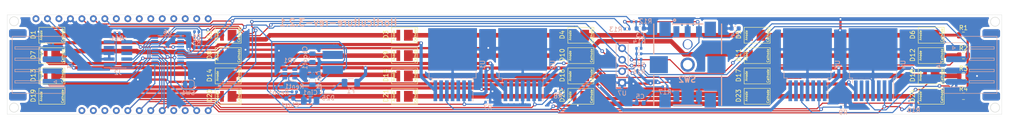
<source format=kicad_pcb>
(kicad_pcb (version 20171130) (host pcbnew "(5.1.8)-1")
  (layers (0 F.Cu signal) (31 B.Cu signal) (34 B.Paste user) (35 F.Paste user) (36 B.SilkS user) (37 F.SilkS user) (38 B.Mask user) (39 F.Mask user) (44 Edge.Cuts user))
  (net 0 "")
  (net 1 "Net-(D1-Pad2)")
  (net 2 "Net-(D1-Pad1)")
  (net 3 "Net-(D2-Pad1)")
  (net 4 "Net-(D3-Pad1)")
  (net 5 "Net-(D4-Pad1)")
  (net 6 "Net-(D10-Pad1)")
  (net 7 "Net-(D11-Pad1)")
  (net 8 "Net-(D12-Pad1)")
  (net 9 "Net-(D13-Pad1)")
  (net 10 "Net-(D10-Pad2)")
  (net 11 "Net-(D13-Pad2)")
  (net 12 "Net-(D19-Pad2)")
  (net 13 "Net-(D7-Pad2)")
  (net 14 "Net-(D7-Pad1)")
  (net 15 "Net-(D19-Pad1)")
  (net 16 "Net-(D5-Pad1)")
  (net 17 "Net-(D6-Pad1)")
  (net 18 "Net-(D8-Pad1)")
  (net 19 "Net-(D14-Pad1)")
  (net 20 "Net-(D15-Pad1)")
  (net 21 "Net-(D16-Pad1)")
  (net 22 "Net-(D17-Pad1)")
  (net 23 "Net-(D18-Pad1)")
  (net 24 "Net-(D20-Pad1)")
  (net 25 "Net-(D21-Pad1)")
  (net 26 "Net-(D22-Pad1)")
  (net 27 "Net-(D23-Pad1)")
  (net 28 "Net-(D24-Pad1)")
  (net 29 VDC)
  (net 30 SWD-GND)
  (net 31 UC-pwm1)
  (net 32 UC-pwm2)
  (net 33 UC-pwm3)
  (net 34 UC-pwm4)
  (net 35 SWD-SWCLK)
  (net 36 SWD-SWIO)
  (net 37 nRESET)
  (net 38 i2c-addr)
  (net 39 I2c-SDA)
  (net 40 I2c-SCL)
  (net 41 +3.3V)
  (net 42 Enc-A)
  (net 43 Enc-B)
  (net 44 Enc-bt1)
  (net 45 "Net-(Cboot1-Pad2)")
  (net 46 "Net-(Cboot1-Pad1)")
  (net 47 "Net-(Renb1-Pad1)")
  (net 48 "Net-(Cin1-Pad1)")
  (net 49 "Net-(D25-Pad2)")
  (net 50 "Net-(C3-Pad1)")
  (net 51 "Net-(C4-Pad2)")
  (net 52 "Net-(C5-Pad1)")
  (module Resistor_SMD:R_0402_1005Metric (layer B.Cu) (at 185.5 95.9)
    (fp_text reference R17 (at 0 1.17) (layer B.SilkS) (effects (justify mirror)))
    (fp_text value 10K2)
    (pad 2 smd roundrect (at 0.51 0) (size 0.54 0.64) (layers B.Cu B.Paste B.Mask) (net 52 "Net-(C5-Pad1)"))
    (pad 1 smd roundrect (at -0.51 0) (size 0.54 0.64) (layers B.Cu B.Paste B.Mask) (net 44 Enc-bt1))
  )
  (module Resistor_SMD:R_0402_1005Metric (layer B.Cu) (at 179.7 89.8 180)
    (fp_text reference R16 (at 0 -2.8) (layer B.SilkS) (effects (justify mirror)))
    (fp_text value 10K2)
    (pad 2 smd roundrect (at 0.51 0 180) (size 0.54 0.64) (layers B.Cu B.Paste B.Mask) (net 41 +3.3V))
    (pad 1 smd roundrect (at -0.51 0 180) (size 0.54 0.64) (layers B.Cu B.Paste B.Mask) (net 52 "Net-(C5-Pad1)"))
  )
  (module Resistor_SMD:R_0402_1005Metric (layer B.Cu) (at 179.7 88.6 180)
    (fp_text reference R15 (at 0 -2.5) (layer B.SilkS) (effects (justify mirror)))
    (fp_text value 10K2)
    (pad 2 smd roundrect (at 0.51 0 180) (size 0.54 0.64) (layers B.Cu B.Paste B.Mask) (net 41 +3.3V))
    (pad 1 smd roundrect (at -0.51 0 180) (size 0.54 0.64) (layers B.Cu B.Paste B.Mask) (net 51 "Net-(C4-Pad2)"))
  )
  (module Resistor_SMD:R_0402_1005Metric (layer B.Cu) (at 179.7 87.4 180)
    (fp_text reference R14 (at -0.1 1.6) (layer B.SilkS) (effects (justify mirror)))
    (fp_text value 10K2)
    (pad 2 smd roundrect (at 0.51 0 180) (size 0.54 0.64) (layers B.Cu B.Paste B.Mask) (net 41 +3.3V))
    (pad 1 smd roundrect (at -0.51 0 180) (size 0.54 0.64) (layers B.Cu B.Paste B.Mask) (net 50 "Net-(C3-Pad1)"))
  )
  (module Resistor_SMD:R_0402_1005Metric (layer B.Cu) (at 177.1 83.1 180)
    (fp_text reference R13 (at 2.5 -0.1) (layer B.SilkS) (effects (justify mirror)))
    (fp_text value 10K2)
    (pad 2 smd roundrect (at 0.51 0 180) (size 0.54 0.64) (layers B.Cu B.Paste B.Mask) (net 43 Enc-B))
    (pad 1 smd roundrect (at -0.51 0 180) (size 0.54 0.64) (layers B.Cu B.Paste B.Mask) (net 51 "Net-(C4-Pad2)"))
  )
  (module Resistor_SMD:R_0402_1005Metric (layer B.Cu) (at 178.6 81.5 180)
    (fp_text reference R12 (at -2.6 0.1) (layer B.SilkS) (effects (justify mirror)))
    (fp_text value 10K2)
    (pad 2 smd roundrect (at 0.51 0 180) (size 0.54 0.64) (layers B.Cu B.Paste B.Mask) (net 42 Enc-A))
    (pad 1 smd roundrect (at -0.51 0 180) (size 0.54 0.64) (layers B.Cu B.Paste B.Mask) (net 50 "Net-(C3-Pad1)"))
  )
  (module Resistor_SMD:R_0402_1005Metric (layer B.Cu) (at 64.3 84)
    (fp_text reference R11 (at 0 1.17) (layer B.SilkS) (effects (justify mirror)))
    (fp_text value 10K2)
    (pad 2 smd roundrect (at 0.51 0) (size 0.54 0.64) (layers B.Cu B.Paste B.Mask) (net 37 nRESET))
    (pad 1 smd roundrect (at -0.51 0) (size 0.54 0.64) (layers B.Cu B.Paste B.Mask) (net 41 +3.3V))
  )
  (module Resistor_SMD:R_0402_1005Metric (layer B.Cu) (at 240.5 99.9)
    (fp_text reference R10 (at 0 1.17) (layer B.SilkS) (effects (justify mirror)))
    (fp_text value 10k)
    (pad 2 smd roundrect (at 0.51 0) (size 0.54 0.64) (layers B.Cu B.Paste B.Mask) (net 30 SWD-GND))
    (pad 1 smd roundrect (at -0.51 0) (size 0.54 0.64) (layers B.Cu B.Paste B.Mask) (net 34 UC-pwm4))
  )
  (module Resistor_SMD:R_0402_1005Metric (layer B.Cu) (at 224.9 100.4)
    (fp_text reference R9 (at 0 1.17) (layer B.SilkS) (effects (justify mirror)))
    (fp_text value 10k)
    (pad 2 smd roundrect (at 0.51 0) (size 0.54 0.64) (layers B.Cu B.Paste B.Mask) (net 30 SWD-GND))
    (pad 1 smd roundrect (at -0.51 0) (size 0.54 0.64) (layers B.Cu B.Paste B.Mask) (net 33 UC-pwm3))
  )
  (module Resistor_SMD:R_0402_1005Metric (layer B.Cu) (at 161.8 96.8)
    (fp_text reference R8 (at 0 1.17) (layer B.SilkS) (effects (justify mirror)))
    (fp_text value 10k)
    (pad 2 smd roundrect (at 0.51 0) (size 0.54 0.64) (layers B.Cu B.Paste B.Mask) (net 30 SWD-GND))
    (pad 1 smd roundrect (at -0.51 0) (size 0.54 0.64) (layers B.Cu B.Paste B.Mask) (net 32 UC-pwm2))
  )
  (module Resistor_SMD:R_0402_1005Metric (layer B.Cu) (at 146.3 99.3)
    (fp_text reference R7 (at 0 1.17) (layer B.SilkS) (effects (justify mirror)))
    (fp_text value 10k)
    (pad 2 smd roundrect (at 0.51 0) (size 0.54 0.64) (layers B.Cu B.Paste B.Mask) (net 30 SWD-GND))
    (pad 1 smd roundrect (at -0.51 0) (size 0.54 0.64) (layers B.Cu B.Paste B.Mask) (net 31 UC-pwm1))
  )
  (module Fuse:Fuse_1206_3216Metric (layer B.Cu) (at 116 95)
    (fp_text reference F1 (at 0 1.82) (layer B.SilkS) (effects (justify mirror)))
    (fp_text value Polyfuse)
    (pad 2 smd roundrect (at 1.4 0) (size 1.25 1.75) (layers B.Cu B.Paste B.Mask) (roundrect_rratio 0.2) (net 29 VDC))
    (pad 1 smd roundrect (at -1.4 0) (size 1.25 1.75) (layers B.Cu B.Paste B.Mask) (roundrect_rratio 0.2) (net 49 "Net-(D25-Pad2)"))
  )
  (module Diode_SMD:D_SOD-323 (layer B.Cu) (at 111 96.5)
    (fp_text reference D25 (at 0 1.85) (layer B.SilkS) (effects (justify mirror)))
    (fp_text value D_Schottky)
    (pad 2 smd rect (at 1.05 0) (size 0.6 0.45) (layers B.Cu B.Paste B.Mask) (net 49 "Net-(D25-Pad2)"))
    (pad 1 smd rect (at -1.05 0) (size 0.6 0.45) (layers B.Cu B.Paste B.Mask) (net 48 "Net-(Cin1-Pad1)"))
  )
  (module Package_TO_SOT_SMD:SOT-23-6 (layer B.Cu) (at 102.5 93 180)
    (fp_text reference VR1 (at 0 2.9) (layer B.SilkS) (effects (justify mirror)))
    (fp_text value TPS560430X3FDBV)
    (pad 1 smd rect (at -1.1 0.95 180) (size 1.06 0.65) (layers B.Cu B.Paste B.Mask) (net 45 "Net-(Cboot1-Pad2)"))
    (pad 2 smd rect (at -1.1 0 180) (size 1.06 0.65) (layers B.Cu B.Paste B.Mask) (net 30 SWD-GND))
    (pad 3 smd rect (at -1.1 -0.95 180) (size 1.06 0.65) (layers B.Cu B.Paste B.Mask) (net 41 +3.3V))
    (pad 4 smd rect (at 1.1 -0.95 180) (size 1.06 0.65) (layers B.Cu B.Paste B.Mask) (net 47 "Net-(Renb1-Pad1)"))
    (pad 6 smd rect (at 1.1 0.95 180) (size 1.06 0.65) (layers B.Cu B.Paste B.Mask) (net 46 "Net-(Cboot1-Pad1)"))
    (pad 5 smd rect (at 1.1 0 180) (size 1.06 0.65) (layers B.Cu B.Paste B.Mask) (net 48 "Net-(Cin1-Pad1)"))
  )
  (module Resistor_SMD:R_0402_1005Metric (layer B.Cu) (at 103.5 97 180)
    (fp_text reference Rent1 (at 0 1.17) (layer B.SilkS) (effects (justify mirror)))
    (fp_text value 412k)
    (pad 1 smd roundrect (at -0.485 0 180) (size 0.59 0.64) (layers B.Cu B.Paste B.Mask) (net 48 "Net-(Cin1-Pad1)"))
    (pad 2 smd roundrect (at 0.485 0 180) (size 0.59 0.64) (layers B.Cu B.Paste B.Mask) (net 47 "Net-(Renb1-Pad1)"))
  )
  (module Resistor_SMD:R_0402_1005Metric (layer B.Cu) (at 100 96)
    (fp_text reference Renb1 (at 0 1.17) (layer B.SilkS) (effects (justify mirror)))
    (fp_text value 200k)
    (pad 1 smd roundrect (at -0.485 0) (size 0.59 0.64) (layers B.Cu B.Paste B.Mask) (net 47 "Net-(Renb1-Pad1)"))
    (pad 2 smd roundrect (at 0.485 0) (size 0.59 0.64) (layers B.Cu B.Paste B.Mask) (net 30 SWD-GND))
  )
  (module Inductor_SMD:IND_SDR0403-120ML (layer B.Cu) (at 112 90.5 180)
    (fp_text reference L1 (at -0.508 4.2164) (layer B.SilkS) (effects (font (size 0.64 0.64) (thickness 0.015)) (justify mirror)))
    (fp_text value 12uH)
    (pad 2 smd rect (at 0 -1.65 180) (size 4.5 1.8) (layers B.Cu B.Paste B.Mask) (net 41 +3.3V))
    (pad 1 smd rect (at 0 1.65 180) (size 4.5 1.8) (layers B.Cu B.Paste B.Mask) (net 46 "Net-(Cboot1-Pad1)"))
  )
  (module Capacitor_SMD:C_0805_2012Metric (layer B.Cu) (at 107.5 94.5 90)
    (fp_text reference Cout1 (at 0 1.5 90) (layer B.SilkS) (effects (justify mirror)))
    (fp_text value 22uF)
    (pad 1 smd roundrect (at -0.9375 0 90) (size 0.975 1.4) (layers B.Cu B.Paste B.Mask) (net 41 +3.3V))
    (pad 2 smd roundrect (at 0.9375 0 90) (size 0.975 1.4) (layers B.Cu B.Paste B.Mask) (net 30 SWD-GND))
  )
  (module Capacitor_SMD:C_0603_1608Metric (layer B.Cu) (at 102.5 98.5)
    (fp_text reference Cinx1 (at 0 1.43) (layer B.SilkS) (effects (justify mirror)))
    (fp_text value 100nF)
    (pad 2 smd roundrect (at 0.7875 0) (size 0.875 0.95) (layers B.Cu B.Paste B.Mask) (net 30 SWD-GND))
    (pad 1 smd roundrect (at -0.7875 0) (size 0.875 0.95) (layers B.Cu B.Paste B.Mask) (net 48 "Net-(Cin1-Pad1)"))
  )
  (module Capacitor_SMD:C_1206_3216Metric (layer B.Cu) (at 107 99 180)
    (fp_text reference Cin1 (at 0 1.82) (layer B.SilkS) (effects (justify mirror)))
    (fp_text value 4.7uF)
    (pad 1 smd roundrect (at -1.4 0 180) (size 1.25 1.75) (layers B.Cu B.Paste B.Mask) (roundrect_rratio 0.2) (net 48 "Net-(Cin1-Pad1)"))
    (pad 2 smd roundrect (at 1.4 0 180) (size 1.25 1.75) (layers B.Cu B.Paste B.Mask) (roundrect_rratio 0.2) (net 30 SWD-GND))
  )
  (module Capacitor_SMD:C_0805_2012Metric (layer B.Cu) (at 107.5 89.5 270)
    (fp_text reference Cboot1 (at 0 1.65 90) (layer B.SilkS) (effects (justify mirror)))
    (fp_text value 100nF)
    (pad 1 smd roundrect (at -0.9375 0 270) (size 0.975 1.4) (layers B.Cu B.Paste B.Mask) (net 46 "Net-(Cboot1-Pad1)"))
    (pad 2 smd roundrect (at 0.9375 0 270) (size 0.975 1.4) (layers B.Cu B.Paste B.Mask) (net 45 "Net-(Cboot1-Pad2)"))
  )
  (module Resistor_SMD:R_0402_1005Metric (layer B.Cu) (at 81.9 87.2 180)
    (fp_text reference R5 (at 0 1.17) (layer B.SilkS) (effects (justify mirror)))
    (fp_text value 4.7K)
    (pad 2 smd roundrect (at 0.485 0 180) (size 0.59 0.64) (layers B.Cu B.Paste B.Mask) (net 41 +3.3V))
    (pad 1 smd roundrect (at -0.485 0 180) (size 0.59 0.64) (layers B.Cu B.Paste B.Mask) (net 39 I2c-SDA))
  )
  (module Resistor_SMD:R_0402_1005Metric (layer B.Cu) (at 81.9 83.7)
    (fp_text reference R6 (at 0 1.17) (layer B.SilkS) (effects (justify mirror)))
    (fp_text value 4.7K)
    (pad 2 smd roundrect (at 0.485 0) (size 0.59 0.64) (layers B.Cu B.Paste B.Mask) (net 40 I2c-SCL))
    (pad 1 smd roundrect (at -0.485 0) (size 0.59 0.64) (layers B.Cu B.Paste B.Mask) (net 41 +3.3V))
  )
  (module Capacitor_SMD:C_0603_1608Metric (layer B.Cu) (at 180 83)
    (fp_text reference C3 (at 0 1.43) (layer B.SilkS) (effects (justify mirror)))
    (fp_text value 100nF)
    (pad 2 smd roundrect (at 0.7875 0) (size 0.875 0.95) (layers B.Cu B.Paste B.Mask) (net 30 SWD-GND))
    (pad 1 smd roundrect (at -0.7875 0) (size 0.875 0.95) (layers B.Cu B.Paste B.Mask) (net 50 "Net-(C3-Pad1)"))
  )
  (module Capacitor_SMD:C_0603_1608Metric (layer B.Cu) (at 180 99.5 180)
    (fp_text reference C5 (at 0 1.43) (layer B.SilkS) (effects (justify mirror)))
    (fp_text value 100nF)
    (pad 2 smd roundrect (at 0.7875 0 180) (size 0.875 0.95) (layers B.Cu B.Paste B.Mask) (net 30 SWD-GND))
    (pad 1 smd roundrect (at -0.7875 0 180) (size 0.875 0.95) (layers B.Cu B.Paste B.Mask) (net 52 "Net-(C5-Pad1)"))
  )
  (module Capacitor_SMD:C_0603_1608Metric (layer B.Cu) (at 201 83)
    (fp_text reference C4 (at 0 1.43) (layer B.SilkS) (effects (justify mirror)))
    (fp_text value 100nF)
    (pad 2 smd roundrect (at 0.7875 0) (size 0.875 0.95) (layers B.Cu B.Paste B.Mask) (net 51 "Net-(C4-Pad2)"))
    (pad 1 smd roundrect (at -0.7875 0) (size 0.875 0.95) (layers B.Cu B.Paste B.Mask) (net 30 SWD-GND))
  )
  (module Adafruit_FeatherWing:PCB_FeatherWing (layer B.Cu) (at 65.4 91)
    (fp_text reference A1)
    (fp_text value Particle_Boron)
    (pad NC thru_hole circle (at 19.05 -10.16) (size 1.524 1.524) (drill 0.762) (layers *.Cu *.Mask))
    (pad TX thru_hole circle (at 16.51 -10.16) (size 1.524 1.524) (drill 0.762) (layers *.Cu *.Mask))
    (pad RX thru_hole circle (at 13.97 -10.16) (size 1.524 1.524) (drill 0.762) (layers *.Cu *.Mask))
    (pad MI thru_hole circle (at 11.43 -10.16) (size 1.524 1.524) (drill 0.762) (layers *.Cu *.Mask))
    (pad MO thru_hole circle (at 8.89 -10.16) (size 1.524 1.524) (drill 0.762) (layers *.Cu *.Mask))
    (pad SCK thru_hole circle (at 6.35 -10.16) (size 1.524 1.524) (drill 0.762) (layers *.Cu *.Mask))
    (pad A5 thru_hole circle (at 3.81 -10.16) (size 1.524 1.524) (drill 0.762) (layers *.Cu *.Mask))
    (pad A4 thru_hole circle (at 1.27 -10.16) (size 1.524 1.524) (drill 0.762) (layers *.Cu *.Mask))
    (pad A3 thru_hole circle (at -1.27 -10.16) (size 1.524 1.524) (drill 0.762) (layers *.Cu *.Mask))
    (pad A2 thru_hole circle (at -3.81 -10.16) (size 1.524 1.524) (drill 0.762) (layers *.Cu *.Mask) (net 42 Enc-A))
    (pad A1 thru_hole circle (at -6.35 -10.16) (size 1.524 1.524) (drill 0.762) (layers *.Cu *.Mask) (net 43 Enc-B))
    (pad A0 thru_hole circle (at -8.89 -10.16) (size 1.524 1.524) (drill 0.762) (layers *.Cu *.Mask) (net 44 Enc-bt1))
    (pad MD thru_hole circle (at -13.97 -10.16) (size 1.524 1.524) (drill 0.762) (layers *.Cu *.Mask))
    (pad RESET thru_hole circle (at -19.05 -10.16) (size 1.524 1.524) (drill 0.762) (layers *.Cu *.Mask))
    (pad SDA thru_hole circle (at 19.05 10.16) (size 1.524 1.524) (drill 0.762) (layers *.Cu *.Mask) (net 39 I2c-SDA))
    (pad SCL thru_hole circle (at 16.51 10.16) (size 1.524 1.524) (drill 0.762) (layers *.Cu *.Mask) (net 40 I2c-SCL))
    (pad D2 thru_hole circle (at 13.97 10.16) (size 1.524 1.524) (drill 0.762) (layers *.Cu *.Mask))
    (pad D3 thru_hole circle (at 11.43 10.16) (size 1.524 1.524) (drill 0.762) (layers *.Cu *.Mask))
    (pad D4 thru_hole circle (at 8.89 10.16) (size 1.524 1.524) (drill 0.762) (layers *.Cu *.Mask) (net 34 UC-pwm4))
    (pad D5 thru_hole circle (at 6.35 10.16) (size 1.524 1.524) (drill 0.762) (layers *.Cu *.Mask) (net 33 UC-pwm3))
    (pad D6 thru_hole circle (at 3.81 10.16) (size 1.524 1.524) (drill 0.762) (layers *.Cu *.Mask) (net 32 UC-pwm2))
    (pad D7 thru_hole circle (at 1.27 10.16) (size 1.524 1.524) (drill 0.762) (layers *.Cu *.Mask) (net 31 UC-pwm1))
    (pad D8 thru_hole circle (at -1.27 10.16) (size 1.524 1.524) (drill 0.762) (layers *.Cu *.Mask))
    (pad VUSB thru_hole circle (at -3.81 10.16) (size 1.524 1.524) (drill 0.762) (layers *.Cu *.Mask))
    (pad EN thru_hole circle (at -6.35 10.16) (size 1.524 1.524) (drill 0.762) (layers *.Cu *.Mask))
    (pad LI+ thru_hole circle (at -8.89 10.16) (size 1.524 1.524) (drill 0.762) (layers *.Cu *.Mask))
    (pad 3V3 thru_hole circle (at -16.51 -10.16) (size 1.524 1.524) (drill 0.762) (layers *.Cu *.Mask) (net 41 +3.3V))
    (pad GND thru_hole circle (at -11.43 -10.16) (size 1.524 1.524) (drill 0.762) (layers *.Cu *.Mask) (net 30 SWD-GND))
  )
  (module Rotary_Encoder:EC11J1524413-modiied (layer B.Cu) (at 190.5 91)
    (fp_text reference SW2 (at -0.108 3.29) (layer B.SilkS) (effects (font (size 1.27 1.27) (thickness 0.254)) (justify mirror)))
    (fp_text value Rotary_Encoder_Switch hide)
    (pad 12 thru_hole circle (at 0 0) (size 3.15 3.15) (drill 2.1) (layers *.Cu *.Mask))
    (pad 11 smd rect (at -5 7.9) (size 2.5 3.2) (layers B.Cu B.Paste B.Mask))
    (pad 10 smd rect (at -6.375 0 270) (size 3.75 4) (layers B.Cu B.Paste B.Mask))
    (pad 9 smd rect (at -5 -7.9) (size 2.5 3.2) (layers B.Cu B.Paste B.Mask))
    (pad 8 smd rect (at 5 -7.9) (size 2.5 3.2) (layers B.Cu B.Paste B.Mask))
    (pad 7 smd rect (at 6.375 0 270) (size 3.75 4) (layers B.Cu B.Paste B.Mask))
    (pad 6 smd rect (at 5 7.9) (size 2.5 3.2) (layers B.Cu B.Paste B.Mask))
    (pad S2 smd rect (at 2.5 7) (size 1.3 2.4) (layers B.Cu B.Paste B.Mask) (net 30 SWD-GND))
    (pad S1 smd rect (at -2.5 7) (size 1.3 2.4) (layers B.Cu B.Paste B.Mask) (net 52 "Net-(C5-Pad1)"))
    (pad C smd rect (at 0 -7.3) (size 1.3 2.4) (layers B.Cu B.Paste B.Mask) (net 30 SWD-GND))
    (pad B smd rect (at 2.5 -7.3) (size 1.3 2.4) (layers B.Cu B.Paste B.Mask) (net 51 "Net-(C4-Pad2)"))
    (pad A smd rect (at -2.5 -7.3) (size 1.3 2.4) (layers B.Cu B.Paste B.Mask) (net 50 "Net-(C3-Pad1)"))
    (pad 3 thru_hole circle (at 0 -4.5) (size 2.2 2.2) (drill oval 1.6 1.9) (layers *.Cu *.Mask))
  )
  (module Connector_PinHeader_2.54mm:PinHeader_1x04_P2.54mm_Vertical (layer B.Cu) (at 176 95)
    (fp_text reference U7 (at 0 2.33) (layer B.SilkS) (effects (justify mirror)))
    (fp_text value SSD1306)
    (pad 4 thru_hole oval (at 0 -7.62) (size 1.7 1.7) (drill 1) (layers *.Cu *.Mask) (net 39 I2c-SDA))
    (pad 3 thru_hole oval (at 0 -5.08) (size 1.7 1.7) (drill 1) (layers *.Cu *.Mask) (net 40 I2c-SCL))
    (pad 2 thru_hole oval (at 0 -2.54) (size 1.7 1.7) (drill 1) (layers *.Cu *.Mask) (net 41 +3.3V))
    (pad 1 thru_hole rect (at 0 0) (size 1.7 1.7) (drill 1) (layers *.Cu *.Mask) (net 30 SWD-GND))
  )
  (module Package_SO:TSSOP-20_4.4x6.5mm_P0.65mm (layer B.Cu) (at 75.5 88 180)
    (fp_text reference U6 (at 0 4.2) (layer B.SilkS) (effects (justify mirror)))
    (fp_text value STM32F030F4Px)
    (pad 20 smd roundrect (at 2.8625 2.925 180) (size 1.475 0.4) (layers B.Cu B.Paste B.Mask) (net 35 SWD-SWCLK))
    (pad 19 smd roundrect (at 2.8625 2.275 180) (size 1.475 0.4) (layers B.Cu B.Paste B.Mask) (net 36 SWD-SWIO))
    (pad 18 smd roundrect (at 2.8625 1.625 180) (size 1.475 0.4) (layers B.Cu B.Paste B.Mask) (net 39 I2c-SDA))
    (pad 17 smd roundrect (at 2.8625 0.975 180) (size 1.475 0.4) (layers B.Cu B.Paste B.Mask) (net 40 I2c-SCL))
    (pad 16 smd roundrect (at 2.8625 0.325 180) (size 1.475 0.4) (layers B.Cu B.Paste B.Mask) (net 41 +3.3V))
    (pad 15 smd roundrect (at 2.8625 -0.325 180) (size 1.475 0.4) (layers B.Cu B.Paste B.Mask) (net 30 SWD-GND))
    (pad 14 smd roundrect (at 2.8625 -0.975 180) (size 1.475 0.4) (layers B.Cu B.Paste B.Mask) (net 34 UC-pwm4))
    (pad 13 smd roundrect (at 2.8625 -1.625 180) (size 1.475 0.4) (layers B.Cu B.Paste B.Mask) (net 33 UC-pwm3))
    (pad 12 smd roundrect (at 2.8625 -2.275 180) (size 1.475 0.4) (layers B.Cu B.Paste B.Mask) (net 32 UC-pwm2))
    (pad 11 smd roundrect (at 2.8625 -2.925 180) (size 1.475 0.4) (layers B.Cu B.Paste B.Mask) (net 31 UC-pwm1))
    (pad 10 smd roundrect (at -2.8625 -2.925 180) (size 1.475 0.4) (layers B.Cu B.Paste B.Mask) (net 38 i2c-addr))
    (pad 9 smd roundrect (at -2.8625 -2.275 180) (size 1.475 0.4) (layers B.Cu B.Paste B.Mask))
    (pad 8 smd roundrect (at -2.8625 -1.625 180) (size 1.475 0.4) (layers B.Cu B.Paste B.Mask) (net 44 Enc-bt1))
    (pad 7 smd roundrect (at -2.8625 -0.975 180) (size 1.475 0.4) (layers B.Cu B.Paste B.Mask) (net 43 Enc-B))
    (pad 6 smd roundrect (at -2.8625 -0.325 180) (size 1.475 0.4) (layers B.Cu B.Paste B.Mask) (net 42 Enc-A))
    (pad 5 smd roundrect (at -2.8625 0.325 180) (size 1.475 0.4) (layers B.Cu B.Paste B.Mask) (net 41 +3.3V))
    (pad 4 smd roundrect (at -2.8625 0.975 180) (size 1.475 0.4) (layers B.Cu B.Paste B.Mask) (net 37 nRESET))
    (pad 3 smd roundrect (at -2.8625 1.625 180) (size 1.475 0.4) (layers B.Cu B.Paste B.Mask))
    (pad 2 smd roundrect (at -2.8625 2.275 180) (size 1.475 0.4) (layers B.Cu B.Paste B.Mask))
    (pad 1 smd roundrect (at -2.8625 2.925 180) (size 1.475 0.4) (layers B.Cu B.Paste B.Mask) (net 30 SWD-GND))
  )
  (module Package_TO_SOT_SMD:TO-263-7_TabPin4 (layer B.Cu) (at 231.5 91 90)
    (fp_text reference U4 (at 0 6.65 90) (layer B.SilkS) (effects (justify mirror)))
    (fp_text value TLE4309)
    (pad 4 smd rect (at 3.375 0 90) (size 9.4 10.8) (layers B.Cu B.Mask) (net 30 SWD-GND))
    (pad 7 smd rect (at -5.775 -3.81 90) (size 4.6 0.8) (layers B.Cu B.Paste B.Mask) (net 12 "Net-(D19-Pad2)"))
    (pad 6 smd rect (at -5.775 -2.54 90) (size 4.6 0.8) (layers B.Cu B.Paste B.Mask))
    (pad 5 smd rect (at -5.775 -1.27 90) (size 4.6 0.8) (layers B.Cu B.Paste B.Mask) (net 28 "Net-(D24-Pad1)"))
    (pad 4 smd rect (at -5.775 0 90) (size 4.6 0.8) (layers B.Cu B.Paste B.Mask) (net 30 SWD-GND))
    (pad 3 smd rect (at -5.775 1.27 90) (size 4.6 0.8) (layers B.Cu B.Paste B.Mask))
    (pad 2 smd rect (at -5.775 2.54 90) (size 4.6 0.8) (layers B.Cu B.Paste B.Mask) (net 34 UC-pwm4))
    (pad 1 smd rect (at -5.775 3.81 90) (size 4.6 0.8) (layers B.Cu B.Paste B.Mask) (net 29 VDC))
  )
  (module Package_TO_SOT_SMD:TO-263-7_TabPin4 (layer B.Cu) (at 217 91 90)
    (fp_text reference U3 (at 0 6.65 90) (layer B.SilkS) (effects (justify mirror)))
    (fp_text value TLE4309)
    (pad 4 smd rect (at 3.375 0 90) (size 9.4 10.8) (layers B.Cu B.Mask) (net 30 SWD-GND))
    (pad 7 smd rect (at -5.775 -3.81 90) (size 4.6 0.8) (layers B.Cu B.Paste B.Mask) (net 11 "Net-(D13-Pad2)"))
    (pad 6 smd rect (at -5.775 -2.54 90) (size 4.6 0.8) (layers B.Cu B.Paste B.Mask))
    (pad 5 smd rect (at -5.775 -1.27 90) (size 4.6 0.8) (layers B.Cu B.Paste B.Mask) (net 23 "Net-(D18-Pad1)"))
    (pad 4 smd rect (at -5.775 0 90) (size 4.6 0.8) (layers B.Cu B.Paste B.Mask) (net 30 SWD-GND))
    (pad 3 smd rect (at -5.775 1.27 90) (size 4.6 0.8) (layers B.Cu B.Paste B.Mask))
    (pad 2 smd rect (at -5.775 2.54 90) (size 4.6 0.8) (layers B.Cu B.Paste B.Mask) (net 33 UC-pwm3))
    (pad 1 smd rect (at -5.775 3.81 90) (size 4.6 0.8) (layers B.Cu B.Paste B.Mask) (net 29 VDC))
  )
  (module Package_TO_SOT_SMD:TO-263-7_TabPin4 (layer B.Cu) (at 154 91 90)
    (fp_text reference U2 (at 0 6.65 90) (layer B.SilkS) (effects (justify mirror)))
    (fp_text value TLE4309)
    (pad 4 smd rect (at 3.375 0 90) (size 9.4 10.8) (layers B.Cu B.Mask) (net 30 SWD-GND))
    (pad 7 smd rect (at -5.775 -3.81 90) (size 4.6 0.8) (layers B.Cu B.Paste B.Mask) (net 13 "Net-(D7-Pad2)"))
    (pad 6 smd rect (at -5.775 -2.54 90) (size 4.6 0.8) (layers B.Cu B.Paste B.Mask))
    (pad 5 smd rect (at -5.775 -1.27 90) (size 4.6 0.8) (layers B.Cu B.Paste B.Mask) (net 8 "Net-(D12-Pad1)"))
    (pad 4 smd rect (at -5.775 0 90) (size 4.6 0.8) (layers B.Cu B.Paste B.Mask) (net 30 SWD-GND))
    (pad 3 smd rect (at -5.775 1.27 90) (size 4.6 0.8) (layers B.Cu B.Paste B.Mask))
    (pad 2 smd rect (at -5.775 2.54 90) (size 4.6 0.8) (layers B.Cu B.Paste B.Mask) (net 32 UC-pwm2))
    (pad 1 smd rect (at -5.775 3.81 90) (size 4.6 0.8) (layers B.Cu B.Paste B.Mask) (net 29 VDC))
  )
  (module Package_TO_SOT_SMD:TO-263-7_TabPin4 (layer B.Cu) (at 138.5 91 90)
    (fp_text reference U1 (at 0 6.65 90) (layer B.SilkS) (effects (justify mirror)))
    (fp_text value TLE4309)
    (pad 4 smd rect (at 3.375 0 90) (size 9.4 10.8) (layers B.Cu B.Mask) (net 30 SWD-GND))
    (pad 7 smd rect (at -5.775 -3.81 90) (size 4.6 0.8) (layers B.Cu B.Paste B.Mask) (net 1 "Net-(D1-Pad2)"))
    (pad 6 smd rect (at -5.775 -2.54 90) (size 4.6 0.8) (layers B.Cu B.Paste B.Mask))
    (pad 5 smd rect (at -5.775 -1.27 90) (size 4.6 0.8) (layers B.Cu B.Paste B.Mask) (net 17 "Net-(D6-Pad1)"))
    (pad 4 smd rect (at -5.775 0 90) (size 4.6 0.8) (layers B.Cu B.Paste B.Mask) (net 30 SWD-GND))
    (pad 3 smd rect (at -5.775 1.27 90) (size 4.6 0.8) (layers B.Cu B.Paste B.Mask))
    (pad 2 smd rect (at -5.775 2.54 90) (size 4.6 0.8) (layers B.Cu B.Paste B.Mask) (net 31 UC-pwm1))
    (pad 1 smd rect (at -5.775 3.81 90) (size 4.6 0.8) (layers B.Cu B.Paste B.Mask) (net 29 VDC))
  )
  (module Jumper:SolderJumper-2_P1.3mm_Open_RoundedPad1.0x1.5mm (layer B.Cu) (at 80 95.4)
    (fp_text reference SW1 (at 0 1.8) (layer B.SilkS) (effects (justify mirror)))
    (fp_text value SW-I2C)
    (pad 2 smd custom (at 0.65 0) (size 1 0.5) (layers B.Cu B.Mask) (net 30 SWD-GND) (options (clearance outline) (anchor rect)) (primitives (gr_circle (center 0 -0.25) (end 0.5 -0.25) (width 0)) (gr_circle (center 0 0.25) (end 0.5 0.25) (width 0)) (gr_poly (pts (xy 0 0.75) (xy -0.5 0.75) (xy -0.5 -0.75) (xy 0 -0.75)) (width 0))))
    (pad 1 smd custom (at -0.65 0) (size 1 0.5) (layers B.Cu B.Mask) (net 38 i2c-addr) (options (clearance outline) (anchor rect)) (primitives (gr_circle (center 0 -0.25) (end 0.5 -0.25) (width 0)) (gr_circle (center 0 0.25) (end 0.5 0.25) (width 0)) (gr_poly (pts (xy 0 0.75) (xy 0.5 0.75) (xy 0.5 -0.75) (xy 0 -0.75)) (width 0))))
  )
  (module Resistor_SMD:R_0805_2012Metric (layer F.Cu) (at 251.5 98)
    (fp_text reference R4 (at 0 -1.65) (layer F.SilkS))
    (fp_text value R_Small)
    (pad 2 smd roundrect (at 0.9375 0) (size 0.975 1.4) (layers F.Cu F.Paste F.Mask) (net 30 SWD-GND))
    (pad 1 smd roundrect (at -0.9375 0) (size 0.975 1.4) (layers F.Cu F.Paste F.Mask) (net 28 "Net-(D24-Pad1)"))
  )
  (module Resistor_SMD:R_0805_2012Metric (layer F.Cu) (at 251.5 93.5)
    (fp_text reference R3 (at 0 -1.65) (layer F.SilkS))
    (fp_text value R_Small)
    (pad 2 smd roundrect (at 0.9375 0) (size 0.975 1.4) (layers F.Cu F.Paste F.Mask) (net 30 SWD-GND))
    (pad 1 smd roundrect (at -0.9375 0) (size 0.975 1.4) (layers F.Cu F.Paste F.Mask) (net 23 "Net-(D18-Pad1)"))
  )
  (module Resistor_SMD:R_0805_2012Metric (layer F.Cu) (at 251.5 89)
    (fp_text reference R2 (at 0 -1.65) (layer F.SilkS))
    (fp_text value R_Small)
    (pad 2 smd roundrect (at 0.9375 0) (size 0.975 1.4) (layers F.Cu F.Paste F.Mask) (net 30 SWD-GND))
    (pad 1 smd roundrect (at -0.9375 0) (size 0.975 1.4) (layers F.Cu F.Paste F.Mask) (net 8 "Net-(D12-Pad1)"))
  )
  (module Resistor_SMD:R_0805_2012Metric (layer F.Cu) (at 251.5 84.5)
    (fp_text reference R1 (at 0 -1.65) (layer F.SilkS))
    (fp_text value R_Small)
    (pad 2 smd roundrect (at 0.9375 0) (size 0.975 1.4) (layers F.Cu F.Paste F.Mask) (net 30 SWD-GND))
    (pad 1 smd roundrect (at -0.9375 0) (size 0.975 1.4) (layers F.Cu F.Paste F.Mask) (net 17 "Net-(D6-Pad1)"))
  )
  (module Connector_PinHeader_1.27mm:PinHeader_2x05_P1.27mm_Vertical_SMD (layer B.Cu) (at 64.5 88.5)
    (fp_text reference J2 (at 0 4.235) (layer B.SilkS) (effects (justify mirror)))
    (fp_text value Conn_02x05_Odd_Even)
    (pad 10 smd rect (at 1.95 -2.54) (size 2.4 0.74) (layers B.Cu B.Paste B.Mask) (net 37 nRESET))
    (pad 9 smd rect (at -1.95 -2.54) (size 2.4 0.74) (layers B.Cu B.Paste B.Mask))
    (pad 8 smd rect (at 1.95 -1.27) (size 2.4 0.74) (layers B.Cu B.Paste B.Mask))
    (pad 7 smd rect (at -1.95 -1.27) (size 2.4 0.74) (layers B.Cu B.Paste B.Mask))
    (pad 6 smd rect (at 1.95 0) (size 2.4 0.74) (layers B.Cu B.Paste B.Mask))
    (pad 5 smd rect (at -1.95 0) (size 2.4 0.74) (layers B.Cu B.Paste B.Mask) (net 30 SWD-GND))
    (pad 4 smd rect (at 1.95 1.27) (size 2.4 0.74) (layers B.Cu B.Paste B.Mask) (net 35 SWD-SWCLK))
    (pad 3 smd rect (at -1.95 1.27) (size 2.4 0.74) (layers B.Cu B.Paste B.Mask) (net 30 SWD-GND))
    (pad 2 smd rect (at 1.95 2.54) (size 2.4 0.74) (layers B.Cu B.Paste B.Mask) (net 36 SWD-SWIO))
    (pad 1 smd rect (at -1.95 2.54) (size 2.4 0.74) (layers B.Cu B.Paste B.Mask) (net 41 +3.3V))
  )
  (module LED_SMD:Sunplus-35 (layer F.Cu) (at 243 98 90)
    (fp_text reference D24 (at 0.12 -2.75 90) (layer F.SilkS))
    (fp_text value LED)
    (fp_text user Cathode (at 0 3.75 90) (layer F.SilkS) (effects (font (size 0.5 0.5) (thickness 0.1))))
    (fp_text user Anode (at 0 -1 90) (layer F.SilkS) (effects (font (size 0.5 0.5) (thickness 0.1))))
    (pad 1 smd rect (at 0 2.225 270) (size 2.4 1.93) (layers F.Cu F.Paste F.Mask) (net 28 "Net-(D24-Pad1)"))
    (pad 2 smd rect (at 0 0 270) (size 2.4 0.82) (layers F.Cu F.Paste F.Mask) (net 27 "Net-(D23-Pad1)"))
  )
  (module LED_SMD:Sunplus-35 (layer F.Cu) (at 204.5 98 90)
    (fp_text reference D23 (at 0.12 -2.75 90) (layer F.SilkS))
    (fp_text value LED)
    (fp_text user Cathode (at 0 3.75 90) (layer F.SilkS) (effects (font (size 0.5 0.5) (thickness 0.1))))
    (fp_text user Anode (at 0 -1 90) (layer F.SilkS) (effects (font (size 0.5 0.5) (thickness 0.1))))
    (pad 1 smd rect (at 0 2.225 270) (size 2.4 1.93) (layers F.Cu F.Paste F.Mask) (net 27 "Net-(D23-Pad1)"))
    (pad 2 smd rect (at 0 0 270) (size 2.4 0.82) (layers F.Cu F.Paste F.Mask) (net 26 "Net-(D22-Pad1)"))
  )
  (module LED_SMD:Sunplus-35 (layer F.Cu) (at 165.5 98 90)
    (fp_text reference D22 (at 0.12 -2.75 90) (layer F.SilkS))
    (fp_text value LED)
    (fp_text user Cathode (at 0 3.75 90) (layer F.SilkS) (effects (font (size 0.5 0.5) (thickness 0.1))))
    (fp_text user Anode (at 0 -1 90) (layer F.SilkS) (effects (font (size 0.5 0.5) (thickness 0.1))))
    (pad 1 smd rect (at 0 2.225 270) (size 2.4 1.93) (layers F.Cu F.Paste F.Mask) (net 26 "Net-(D22-Pad1)"))
    (pad 2 smd rect (at 0 0 270) (size 2.4 0.82) (layers F.Cu F.Paste F.Mask) (net 25 "Net-(D21-Pad1)"))
  )
  (module LED_SMD:Sunplus-35 (layer F.Cu) (at 126.5 98 90)
    (fp_text reference D21 (at 0.12 -2.75 90) (layer F.SilkS))
    (fp_text value LED)
    (fp_text user Cathode (at 0 3.75 90) (layer F.SilkS) (effects (font (size 0.5 0.5) (thickness 0.1))))
    (fp_text user Anode (at 0 -1 90) (layer F.SilkS) (effects (font (size 0.5 0.5) (thickness 0.1))))
    (pad 1 smd rect (at 0 2.225 270) (size 2.4 1.93) (layers F.Cu F.Paste F.Mask) (net 25 "Net-(D21-Pad1)"))
    (pad 2 smd rect (at 0 0 270) (size 2.4 0.82) (layers F.Cu F.Paste F.Mask) (net 24 "Net-(D20-Pad1)"))
  )
  (module LED_SMD:Sunplus-35 (layer F.Cu) (at 87.5 98 90)
    (fp_text reference D20 (at 0.12 -2.75 90) (layer F.SilkS))
    (fp_text value LED)
    (fp_text user Cathode (at 0 3.75 90) (layer F.SilkS) (effects (font (size 0.5 0.5) (thickness 0.1))))
    (fp_text user Anode (at 0 -1 90) (layer F.SilkS) (effects (font (size 0.5 0.5) (thickness 0.1))))
    (pad 1 smd rect (at 0 2.225 270) (size 2.4 1.93) (layers F.Cu F.Paste F.Mask) (net 24 "Net-(D20-Pad1)"))
    (pad 2 smd rect (at 0 0 270) (size 2.4 0.82) (layers F.Cu F.Paste F.Mask) (net 15 "Net-(D19-Pad1)"))
  )
  (module LED_SMD:Sunplus-35 (layer F.Cu) (at 48.5 98 90)
    (fp_text reference D19 (at 0.12 -2.75 90) (layer F.SilkS))
    (fp_text value LED)
    (fp_text user Cathode (at 0 3.75 90) (layer F.SilkS) (effects (font (size 0.5 0.5) (thickness 0.1))))
    (fp_text user Anode (at 0 -1 90) (layer F.SilkS) (effects (font (size 0.5 0.5) (thickness 0.1))))
    (pad 1 smd rect (at 0 2.225 270) (size 2.4 1.93) (layers F.Cu F.Paste F.Mask) (net 15 "Net-(D19-Pad1)"))
    (pad 2 smd rect (at 0 0 270) (size 2.4 0.82) (layers F.Cu F.Paste F.Mask) (net 12 "Net-(D19-Pad2)"))
  )
  (module LED_SMD:Sunplus-35 (layer F.Cu) (at 243 93.5 90)
    (fp_text reference D18 (at 0.12 -2.75 90) (layer F.SilkS))
    (fp_text value LED)
    (fp_text user Cathode (at 0 3.75 90) (layer F.SilkS) (effects (font (size 0.5 0.5) (thickness 0.1))))
    (fp_text user Anode (at 0 -1 90) (layer F.SilkS) (effects (font (size 0.5 0.5) (thickness 0.1))))
    (pad 1 smd rect (at 0 2.225 270) (size 2.4 1.93) (layers F.Cu F.Paste F.Mask) (net 23 "Net-(D18-Pad1)"))
    (pad 2 smd rect (at 0 0 270) (size 2.4 0.82) (layers F.Cu F.Paste F.Mask) (net 22 "Net-(D17-Pad1)"))
  )
  (module LED_SMD:Sunplus-35 (layer F.Cu) (at 204.5 93.5 90)
    (fp_text reference D17 (at 0.12 -2.75 90) (layer F.SilkS))
    (fp_text value LED)
    (fp_text user Cathode (at 0 3.75 90) (layer F.SilkS) (effects (font (size 0.5 0.5) (thickness 0.1))))
    (fp_text user Anode (at 0 -1 90) (layer F.SilkS) (effects (font (size 0.5 0.5) (thickness 0.1))))
    (pad 1 smd rect (at 0 2.225 270) (size 2.4 1.93) (layers F.Cu F.Paste F.Mask) (net 22 "Net-(D17-Pad1)"))
    (pad 2 smd rect (at 0 0 270) (size 2.4 0.82) (layers F.Cu F.Paste F.Mask) (net 21 "Net-(D16-Pad1)"))
  )
  (module LED_SMD:Sunplus-35 (layer F.Cu) (at 165.5 93.5 90)
    (fp_text reference D16 (at 0.12 -2.75 90) (layer F.SilkS))
    (fp_text value LED)
    (fp_text user Cathode (at 0 3.75 90) (layer F.SilkS) (effects (font (size 0.5 0.5) (thickness 0.1))))
    (fp_text user Anode (at 0 -1 90) (layer F.SilkS) (effects (font (size 0.5 0.5) (thickness 0.1))))
    (pad 1 smd rect (at 0 2.225 270) (size 2.4 1.93) (layers F.Cu F.Paste F.Mask) (net 21 "Net-(D16-Pad1)"))
    (pad 2 smd rect (at 0 0 270) (size 2.4 0.82) (layers F.Cu F.Paste F.Mask) (net 20 "Net-(D15-Pad1)"))
  )
  (module LED_SMD:Sunplus-35 (layer F.Cu) (at 126.5 93.5 90)
    (fp_text reference D15 (at 0.12 -2.75 90) (layer F.SilkS))
    (fp_text value LED)
    (fp_text user Cathode (at 0 3.75 90) (layer F.SilkS) (effects (font (size 0.5 0.5) (thickness 0.1))))
    (fp_text user Anode (at 0 -1 90) (layer F.SilkS) (effects (font (size 0.5 0.5) (thickness 0.1))))
    (pad 1 smd rect (at 0 2.225 270) (size 2.4 1.93) (layers F.Cu F.Paste F.Mask) (net 20 "Net-(D15-Pad1)"))
    (pad 2 smd rect (at 0 0 270) (size 2.4 0.82) (layers F.Cu F.Paste F.Mask) (net 19 "Net-(D14-Pad1)"))
  )
  (module LED_SMD:Sunplus-35 (layer F.Cu) (at 87.5 93.5 90)
    (fp_text reference D14 (at 0.12 -2.75 90) (layer F.SilkS))
    (fp_text value LED)
    (fp_text user Cathode (at 0 3.75 90) (layer F.SilkS) (effects (font (size 0.5 0.5) (thickness 0.1))))
    (fp_text user Anode (at 0 -1 90) (layer F.SilkS) (effects (font (size 0.5 0.5) (thickness 0.1))))
    (pad 1 smd rect (at 0 2.225 270) (size 2.4 1.93) (layers F.Cu F.Paste F.Mask) (net 19 "Net-(D14-Pad1)"))
    (pad 2 smd rect (at 0 0 270) (size 2.4 0.82) (layers F.Cu F.Paste F.Mask) (net 9 "Net-(D13-Pad1)"))
  )
  (module LED_SMD:Sunplus-35 (layer F.Cu) (at 48.5 93.5 90)
    (fp_text reference D13 (at 0.12 -2.75 90) (layer F.SilkS))
    (fp_text value LED)
    (fp_text user Cathode (at 0 3.75 90) (layer F.SilkS) (effects (font (size 0.5 0.5) (thickness 0.1))))
    (fp_text user Anode (at 0 -1 90) (layer F.SilkS) (effects (font (size 0.5 0.5) (thickness 0.1))))
    (pad 1 smd rect (at 0 2.225 270) (size 2.4 1.93) (layers F.Cu F.Paste F.Mask) (net 9 "Net-(D13-Pad1)"))
    (pad 2 smd rect (at 0 0 270) (size 2.4 0.82) (layers F.Cu F.Paste F.Mask) (net 11 "Net-(D13-Pad2)"))
  )
  (module LED_SMD:Sunplus-35 (layer F.Cu) (at 243 89 90)
    (fp_text reference D12 (at 0.12 -2.75 90) (layer F.SilkS))
    (fp_text value LED)
    (fp_text user Cathode (at 0 3.75 90) (layer F.SilkS) (effects (font (size 0.5 0.5) (thickness 0.1))))
    (fp_text user Anode (at 0 -1 90) (layer F.SilkS) (effects (font (size 0.5 0.5) (thickness 0.1))))
    (pad 1 smd rect (at 0 2.225 270) (size 2.4 1.93) (layers F.Cu F.Paste F.Mask) (net 8 "Net-(D12-Pad1)"))
    (pad 2 smd rect (at 0 0 270) (size 2.4 0.82) (layers F.Cu F.Paste F.Mask) (net 7 "Net-(D11-Pad1)"))
  )
  (module LED_SMD:Sunplus-35 (layer F.Cu) (at 204.5 89 90)
    (fp_text reference D11 (at 0.12 -2.75 90) (layer F.SilkS))
    (fp_text value LED)
    (fp_text user Cathode (at 0 3.75 90) (layer F.SilkS) (effects (font (size 0.5 0.5) (thickness 0.1))))
    (fp_text user Anode (at 0 -1 90) (layer F.SilkS) (effects (font (size 0.5 0.5) (thickness 0.1))))
    (pad 1 smd rect (at 0 2.225 270) (size 2.4 1.93) (layers F.Cu F.Paste F.Mask) (net 7 "Net-(D11-Pad1)"))
    (pad 2 smd rect (at 0 0 270) (size 2.4 0.82) (layers F.Cu F.Paste F.Mask) (net 6 "Net-(D10-Pad1)"))
  )
  (module LED_SMD:Sunplus-35 (layer F.Cu) (at 165.5 89 90)
    (fp_text reference D10 (at 0.12 -2.75 90) (layer F.SilkS))
    (fp_text value LED)
    (fp_text user Cathode (at 0 3.75 90) (layer F.SilkS) (effects (font (size 0.5 0.5) (thickness 0.1))))
    (fp_text user Anode (at 0 -1 90) (layer F.SilkS) (effects (font (size 0.5 0.5) (thickness 0.1))))
    (pad 1 smd rect (at 0 2.225 270) (size 2.4 1.93) (layers F.Cu F.Paste F.Mask) (net 6 "Net-(D10-Pad1)"))
    (pad 2 smd rect (at 0 0 270) (size 2.4 0.82) (layers F.Cu F.Paste F.Mask) (net 10 "Net-(D10-Pad2)"))
  )
  (module LED_SMD:Sunplus-35 (layer F.Cu) (at 126.5 89 90)
    (fp_text reference D9 (at 0.12 -2.75 90) (layer F.SilkS))
    (fp_text value LED)
    (fp_text user Cathode (at 0 3.75 90) (layer F.SilkS) (effects (font (size 0.5 0.5) (thickness 0.1))))
    (fp_text user Anode (at 0 -1 90) (layer F.SilkS) (effects (font (size 0.5 0.5) (thickness 0.1))))
    (pad 1 smd rect (at 0 2.225 270) (size 2.4 1.93) (layers F.Cu F.Paste F.Mask) (net 10 "Net-(D10-Pad2)"))
    (pad 2 smd rect (at 0 0 270) (size 2.4 0.82) (layers F.Cu F.Paste F.Mask) (net 18 "Net-(D8-Pad1)"))
  )
  (module LED_SMD:Sunplus-35 (layer F.Cu) (at 87.5 89 90)
    (fp_text reference D8 (at 0.12 -2.75 90) (layer F.SilkS))
    (fp_text value LED)
    (fp_text user Cathode (at 0 3.75 90) (layer F.SilkS) (effects (font (size 0.5 0.5) (thickness 0.1))))
    (fp_text user Anode (at 0 -1 90) (layer F.SilkS) (effects (font (size 0.5 0.5) (thickness 0.1))))
    (pad 1 smd rect (at 0 2.225 270) (size 2.4 1.93) (layers F.Cu F.Paste F.Mask) (net 18 "Net-(D8-Pad1)"))
    (pad 2 smd rect (at 0 0 270) (size 2.4 0.82) (layers F.Cu F.Paste F.Mask) (net 14 "Net-(D7-Pad1)"))
  )
  (module LED_SMD:Sunplus-35 (layer F.Cu) (at 48.5 89 90)
    (fp_text reference D7 (at 0.12 -2.75 90) (layer F.SilkS))
    (fp_text value LED)
    (fp_text user Cathode (at 0 3.75 90) (layer F.SilkS) (effects (font (size 0.5 0.5) (thickness 0.1))))
    (fp_text user Anode (at 0 -1 90) (layer F.SilkS) (effects (font (size 0.5 0.5) (thickness 0.1))))
    (pad 1 smd rect (at 0 2.225 270) (size 2.4 1.93) (layers F.Cu F.Paste F.Mask) (net 14 "Net-(D7-Pad1)"))
    (pad 2 smd rect (at 0 0 270) (size 2.4 0.82) (layers F.Cu F.Paste F.Mask) (net 13 "Net-(D7-Pad2)"))
  )
  (module LED_SMD:Sunplus-35 (layer F.Cu) (at 243 84.5 90)
    (fp_text reference D6 (at 0.12 -2.75 90) (layer F.SilkS))
    (fp_text value LED)
    (fp_text user Cathode (at 0 3.75 90) (layer F.SilkS) (effects (font (size 0.5 0.5) (thickness 0.1))))
    (fp_text user Anode (at 0 -1 90) (layer F.SilkS) (effects (font (size 0.5 0.5) (thickness 0.1))))
    (pad 1 smd rect (at 0 2.225 270) (size 2.4 1.93) (layers F.Cu F.Paste F.Mask) (net 17 "Net-(D6-Pad1)"))
    (pad 2 smd rect (at 0 0 270) (size 2.4 0.82) (layers F.Cu F.Paste F.Mask) (net 16 "Net-(D5-Pad1)"))
  )
  (module LED_SMD:Sunplus-35 (layer F.Cu) (at 204.5 84.5 90)
    (fp_text reference D5 (at 0.12 -2.75 90) (layer F.SilkS))
    (fp_text value LED)
    (fp_text user Cathode (at 0 3.75 90) (layer F.SilkS) (effects (font (size 0.5 0.5) (thickness 0.1))))
    (fp_text user Anode (at 0 -1 90) (layer F.SilkS) (effects (font (size 0.5 0.5) (thickness 0.1))))
    (pad 1 smd rect (at 0 2.225 270) (size 2.4 1.93) (layers F.Cu F.Paste F.Mask) (net 16 "Net-(D5-Pad1)"))
    (pad 2 smd rect (at 0 0 270) (size 2.4 0.82) (layers F.Cu F.Paste F.Mask) (net 5 "Net-(D4-Pad1)"))
  )
  (module LED_SMD:Sunplus-35 (layer F.Cu) (at 165.5 84.5 90)
    (fp_text reference D4 (at 0.12 -2.75 90) (layer F.SilkS))
    (fp_text value LED)
    (fp_text user Cathode (at 0 3.75 90) (layer F.SilkS) (effects (font (size 0.5 0.5) (thickness 0.1))))
    (fp_text user Anode (at 0 -1 90) (layer F.SilkS) (effects (font (size 0.5 0.5) (thickness 0.1))))
    (pad 1 smd rect (at 0 2.225 270) (size 2.4 1.93) (layers F.Cu F.Paste F.Mask) (net 5 "Net-(D4-Pad1)"))
    (pad 2 smd rect (at 0 0 270) (size 2.4 0.82) (layers F.Cu F.Paste F.Mask) (net 4 "Net-(D3-Pad1)"))
  )
  (module LED_SMD:Sunplus-35 (layer F.Cu) (at 126.5 84.5 90)
    (fp_text reference D3 (at 0.12 -2.75 90) (layer F.SilkS))
    (fp_text value LED)
    (fp_text user Cathode (at 0 3.75 90) (layer F.SilkS) (effects (font (size 0.5 0.5) (thickness 0.1))))
    (fp_text user Anode (at 0 -1 90) (layer F.SilkS) (effects (font (size 0.5 0.5) (thickness 0.1))))
    (pad 1 smd rect (at 0 2.225 270) (size 2.4 1.93) (layers F.Cu F.Paste F.Mask) (net 4 "Net-(D3-Pad1)"))
    (pad 2 smd rect (at 0 0 270) (size 2.4 0.82) (layers F.Cu F.Paste F.Mask) (net 3 "Net-(D2-Pad1)"))
  )
  (module LED_SMD:Sunplus-35 (layer F.Cu) (at 87.5 84.5 90)
    (fp_text reference D2 (at 0.12 -2.75 90) (layer F.SilkS))
    (fp_text value LED)
    (fp_text user Cathode (at 0 3.75 90) (layer F.SilkS) (effects (font (size 0.5 0.5) (thickness 0.1))))
    (fp_text user Anode (at 0 -1 90) (layer F.SilkS) (effects (font (size 0.5 0.5) (thickness 0.1))))
    (pad 1 smd rect (at 0 2.225 270) (size 2.4 1.93) (layers F.Cu F.Paste F.Mask) (net 3 "Net-(D2-Pad1)"))
    (pad 2 smd rect (at 0 0 270) (size 2.4 0.82) (layers F.Cu F.Paste F.Mask) (net 2 "Net-(D1-Pad1)"))
  )
  (module LED_SMD:Sunplus-35 (layer F.Cu) (at 48.5 84.5 90)
    (fp_text reference D1 (at 0.12 -2.75 90) (layer F.SilkS))
    (fp_text value LED)
    (fp_text user Cathode (at 0 3.75 90) (layer F.SilkS) (effects (font (size 0.5 0.5) (thickness 0.1))))
    (fp_text user Anode (at 0 -1 90) (layer F.SilkS) (effects (font (size 0.5 0.5) (thickness 0.1))))
    (pad 1 smd rect (at 0 2.225 270) (size 2.4 1.93) (layers F.Cu F.Paste F.Mask) (net 2 "Net-(D1-Pad1)"))
    (pad 2 smd rect (at 0 0 270) (size 2.4 0.82) (layers F.Cu F.Paste F.Mask) (net 1 "Net-(D1-Pad2)"))
  )
  (module Connector_JST:JST_XH_S4B-XH-A-1_1x04_P2.50mm_Horizontal-SMD (layer B.Cu) (at 251.2 87.3 270)
    (fp_text reference J4 (at 3.75 5.1 270) (layer B.SilkS) (effects (justify mirror)))
    (fp_text value Conn_01x04_Male)
    (pad 6 smd roundrect (at -3.2 -6.45 270) (size 1.9 3.9) (layers B.Cu B.Paste B.Mask))
    (pad 5 smd roundrect (at 10.7 -6.45 270) (size 1.9 3.9) (layers B.Cu B.Paste B.Mask))
    (pad 1 smd roundrect (at 0 1.3 270) (size 1.3 4.5) (layers B.Cu B.Paste B.Mask) (roundrect_rratio 0.147) (net 40 I2c-SCL))
    (pad 2 smd roundrect (at 2.5 1.3 270) (size 1.3 4.5) (layers B.Cu B.Paste B.Mask) (net 39 I2c-SDA))
    (pad 3 smd roundrect (at 5 1.3 270) (size 1.3 4.5) (layers B.Cu B.Paste B.Mask) (net 29 VDC))
    (pad 4 smd roundrect (at 7.5 1.3 270) (size 1.3 4.5) (layers B.Cu B.Paste B.Mask) (net 30 SWD-GND))
  )
  (module Connector_JST:JST_XH_S4B-XH-A-1_1x04_P2.50mm_Horizontal-SMD (layer B.Cu) (at 48.8 94.8 90)
    (fp_text reference J3 (at 3.75 5.1 90) (layer B.SilkS) (effects (justify mirror)))
    (fp_text value Conn_01x04_Male)
    (pad 4 smd roundrect (at 7.5 1.3 90) (size 1.3 4.5) (layers B.Cu B.Paste B.Mask) (net 30 SWD-GND))
    (pad 3 smd roundrect (at 5 1.3 90) (size 1.3 4.5) (layers B.Cu B.Paste B.Mask) (net 29 VDC))
    (pad 2 smd roundrect (at 2.5 1.3 90) (size 1.3 4.5) (layers B.Cu B.Paste B.Mask) (net 39 I2c-SDA))
    (pad 1 smd roundrect (at 0 1.3 90) (size 1.3 4.5) (layers B.Cu B.Paste B.Mask) (roundrect_rratio 0.147) (net 40 I2c-SCL))
    (pad 5 smd roundrect (at 10.7 -6.45 90) (size 1.9 3.9) (layers B.Cu B.Paste B.Mask))
    (pad 6 smd roundrect (at -3.2 -6.45 90) (size 1.9 3.9) (layers B.Cu B.Paste B.Mask))
  )
  (gr_circle (center 41.5 81.4) (end 42.51 81.4) (layer Edge.Cuts) (width 0.1))
  (gr_text Horticulture-rev-3.2.1 (at 113.2 81.7) (layer B.SilkS) (effects (font (size 1.5 1.5) (thickness 0.3)) (justify mirror)))
  (gr_circle (center 258.5 100.5) (end 259.51 100.5) (layer Edge.Cuts) (width 0.1))
  (gr_circle (center 258.5 81.5) (end 259.51 81.5) (layer Edge.Cuts) (width 0.1))
  (gr_circle (center 41.5 100.5) (end 42.51 100.5) (layer Edge.Cuts) (width 0.1))
  (gr_line (start 260 102) (end 260 80) (layer Edge.Cuts) (width 0.05))
  (gr_line (start 40 102) (end 260 102) (layer Edge.Cuts) (width 0.05))
  (gr_line (start 40 80) (end 40 102) (layer Edge.Cuts) (width 0.05))
  (gr_line (start 260 80) (end 40 80) (layer Edge.Cuts) (width 0.05))
  (via (at 131.549999 86.250001) (size 0.8) (drill 0.4) (layers F.Cu B.Cu) (net 1))
  (segment (start 131.549999 93.634999) (end 131.549999 86.250001) (width 0.7) (layer B.Cu) (net 1))
  (segment (start 134.69 96.775) (end 131.549999 93.634999) (width 0.7) (layer B.Cu) (net 1))
  (segment (start 52.235245 86.144757) (end 80.131814 86.144757) (width 0.7) (layer F.Cu) (net 1))
  (segment (start 48.5 84.5) (end 48.5 85.29) (width 0.7) (layer F.Cu) (net 1))
  (segment (start 86.800391 86.549999) (end 130.684316 86.549999) (width 0.7) (layer F.Cu) (net 1))
  (segment (start 86.100377 87.250013) (end 86.800391 86.549999) (width 0.7) (layer F.Cu) (net 1))
  (segment (start 130.984314 86.250001) (end 131.549999 86.250001) (width 0.7) (layer F.Cu) (net 1))
  (segment (start 130.684316 86.549999) (end 130.984314 86.250001) (width 0.7) (layer F.Cu) (net 1))
  (segment (start 48.5 85.29) (end 49.61 86.4) (width 0.7) (layer F.Cu) (net 1))
  (segment (start 81.23707 87.250013) (end 86.100377 87.250013) (width 0.7) (layer F.Cu) (net 1))
  (segment (start 51.980002 86.4) (end 52.235245 86.144757) (width 0.7) (layer F.Cu) (net 1))
  (segment (start 80.131814 86.144757) (end 81.23707 87.250013) (width 0.7) (layer F.Cu) (net 1))
  (segment (start 49.61 86.4) (end 51.980002 86.4) (width 0.7) (layer F.Cu) (net 1))
  (segment (start 81.671998 86.200002) (end 82.828002 86.200002) (width 1) (layer F.Cu) (net 2))
  (segment (start 50.725 84.5) (end 79.971997 84.500001) (width 1) (layer F.Cu) (net 2))
  (segment (start 79.971997 84.500001) (end 81.671998 86.200002) (width 1) (layer F.Cu) (net 2))
  (segment (start 86.09 84.5) (end 87.5 84.5) (width 1) (layer F.Cu) (net 2))
  (segment (start 84.389998 86.200002) (end 86.09 84.5) (width 1) (layer F.Cu) (net 2))
  (segment (start 81.671998 86.200002) (end 84.389998 86.200002) (width 1) (layer F.Cu) (net 2))
  (segment (start 90.625023 85.400023) (end 89.725 84.5) (width 1) (layer F.Cu) (net 3))
  (segment (start 97.199977 85.400023) (end 90.625023 85.400023) (width 1) (layer F.Cu) (net 3))
  (segment (start 98.1 84.5) (end 97.199977 85.400023) (width 1) (layer F.Cu) (net 3))
  (segment (start 126 84.5) (end 98.1 84.5) (width 1) (layer F.Cu) (net 3))
  (segment (start 128.725 84.5) (end 165 84.5) (width 1) (layer F.Cu) (net 4))
  (segment (start 167.725 84.5) (end 204 84.5) (width 1) (layer F.Cu) (net 5))
  (segment (start 186.829999 85.829999) (end 189.724999 88.724999) (width 1) (layer F.Cu) (net 6))
  (segment (start 167.725 89) (end 170.895001 85.829999) (width 1) (layer F.Cu) (net 6))
  (segment (start 170.895001 85.829999) (end 186.829999 85.829999) (width 1) (layer F.Cu) (net 6))
  (segment (start 200.524999 88.724999) (end 204.224999 88.724999) (width 1) (layer F.Cu) (net 6))
  (segment (start 189.724999 88.724999) (end 200.524999 88.724999) (width 1) (layer F.Cu) (net 6))
  (segment (start 204.224999 88.724999) (end 204.5 89) (width 1) (layer F.Cu) (net 6))
  (segment (start 200.524999 88.724999) (end 203.724999 88.724999) (width 1) (layer F.Cu) (net 6))
  (segment (start 206.725 89) (end 242.5 89) (width 1) (layer F.Cu) (net 7))
  (segment (start 152.805001 94.149999) (end 158.250001 94.149999) (width 0.25) (layer B.Cu) (net 8))
  (segment (start 152.73 96.775) (end 152.73 94.225) (width 0.25) (layer B.Cu) (net 8))
  (segment (start 152.73 94.225) (end 152.805001 94.149999) (width 0.25) (layer B.Cu) (net 8))
  (segment (start 199.420393 93.824999) (end 202.220402 91.02499) (width 0.25) (layer F.Cu) (net 8))
  (segment (start 202.220402 91.02499) (end 207.47501 91.02499) (width 0.25) (layer F.Cu) (net 8))
  (segment (start 170.9 91.7) (end 173.024999 93.824999) (width 0.25) (layer F.Cu) (net 8))
  (segment (start 173.024999 93.824999) (end 199.420393 93.824999) (width 0.25) (layer F.Cu) (net 8))
  (segment (start 248.487512 91.074988) (end 250.5625 89) (width 0.25) (layer F.Cu) (net 8))
  (segment (start 207.525008 91.074988) (end 248.487512 91.074988) (width 0.25) (layer F.Cu) (net 8))
  (segment (start 207.47501 91.02499) (end 207.525008 91.074988) (width 0.25) (layer F.Cu) (net 8))
  (segment (start 245.225 89) (end 250.5625 89) (width 1) (layer F.Cu) (net 8))
  (segment (start 170.9 91.7) (end 170.1 90.9) (width 0.25) (layer F.Cu) (net 8))
  (via (at 163.1 90.7) (size 0.8) (drill 0.4) (layers F.Cu B.Cu) (net 8))
  (segment (start 170.1 90.9) (end 169.9 90.7) (width 0.25) (layer F.Cu) (net 8))
  (segment (start 169.9 90.7) (end 163.1 90.7) (width 0.25) (layer F.Cu) (net 8))
  (segment (start 161.7 90.7) (end 161.5 90.9) (width 0.25) (layer B.Cu) (net 8))
  (segment (start 163.1 90.7) (end 161.7 90.7) (width 0.25) (layer B.Cu) (net 8))
  (segment (start 158.250001 94.149999) (end 161.5 90.9) (width 0.25) (layer B.Cu) (net 8))
  (segment (start 68.056482 93.5) (end 68.556484 92.999998) (width 1) (layer F.Cu) (net 9))
  (segment (start 50.725 93.5) (end 68.056482 93.5) (width 1) (layer F.Cu) (net 9))
  (segment (start 86.999998 92.999998) (end 87.5 93.5) (width 1) (layer F.Cu) (net 9))
  (segment (start 68.556484 92.999998) (end 86.999998 92.999998) (width 1) (layer F.Cu) (net 9))
  (segment (start 128.725 89) (end 165 89) (width 1) (layer F.Cu) (net 10))
  (via (at 171.002402 95.7976) (size 0.8) (drill 0.4) (layers F.Cu B.Cu) (net 11))
  (segment (start 213.19 96.775) (end 208.914999 101.050001) (width 0.7) (layer B.Cu) (net 11))
  (segment (start 208.914999 101.050001) (end 176.254803 101.050001) (width 0.7) (layer B.Cu) (net 11))
  (segment (start 176.254803 101.050001) (end 171.002402 95.7976) (width 0.7) (layer B.Cu) (net 11))
  (segment (start 48.5 93.5) (end 48.5 94.430002) (width 0.7) (layer F.Cu) (net 11))
  (segment (start 48.5 94.430002) (end 49.319999 95.250001) (width 0.7) (layer F.Cu) (net 11))
  (segment (start 49.319999 95.250001) (end 68.518616 95.250002) (width 0.7) (layer F.Cu) (net 11))
  (segment (start 81.058071 95.947933) (end 81.756003 95.250001) (width 0.7) (layer F.Cu) (net 11))
  (segment (start 162.822795 94.549988) (end 163.522807 95.250001) (width 0.7) (layer F.Cu) (net 11))
  (segment (start 170.454803 95.250001) (end 171.002402 95.7976) (width 0.7) (layer F.Cu) (net 11))
  (segment (start 143.37119 95.250001) (end 144.071203 94.549988) (width 0.7) (layer F.Cu) (net 11))
  (segment (start 68.518616 95.250002) (end 69.216547 95.947933) (width 0.7) (layer F.Cu) (net 11))
  (segment (start 144.071203 94.549988) (end 162.822795 94.549988) (width 0.7) (layer F.Cu) (net 11))
  (segment (start 81.756003 95.250001) (end 143.37119 95.250001) (width 0.7) (layer F.Cu) (net 11))
  (segment (start 69.216547 95.947933) (end 81.058071 95.947933) (width 0.7) (layer F.Cu) (net 11))
  (segment (start 163.522807 95.250001) (end 170.454803 95.250001) (width 0.7) (layer F.Cu) (net 11))
  (segment (start 82.128799 96.150012) (end 143.743986 96.150012) (width 0.7) (layer F.Cu) (net 12))
  (segment (start 81.430867 96.847944) (end 82.128799 96.150012) (width 0.7) (layer F.Cu) (net 12))
  (via (at 226.155261 94.875009) (size 0.8) (drill 0.4) (layers F.Cu B.Cu) (net 12))
  (segment (start 144.443999 95.449999) (end 162.449999 95.449999) (width 0.7) (layer F.Cu) (net 12))
  (segment (start 162.449999 95.449999) (end 163.150012 96.150012) (width 0.7) (layer F.Cu) (net 12))
  (segment (start 169.948812 96.150012) (end 172.298821 98.500021) (width 0.7) (layer F.Cu) (net 12))
  (segment (start 225.755262 95.275008) (end 226.155261 94.875009) (width 0.7) (layer F.Cu) (net 12))
  (segment (start 48.5 98) (end 48.5 97.069998) (width 0.7) (layer F.Cu) (net 12))
  (segment (start 227.69 96.775) (end 226.155261 95.240261) (width 0.7) (layer B.Cu) (net 12))
  (segment (start 163.150012 96.150012) (end 169.948812 96.150012) (width 0.7) (layer F.Cu) (net 12))
  (segment (start 201.894868 95.275008) (end 225.755262 95.275008) (width 0.7) (layer F.Cu) (net 12))
  (segment (start 198.669855 98.500021) (end 201.894868 95.275008) (width 0.7) (layer F.Cu) (net 12))
  (segment (start 172.298821 98.500021) (end 198.669855 98.500021) (width 0.7) (layer F.Cu) (net 12))
  (segment (start 68.843751 96.847944) (end 81.430867 96.847944) (width 0.7) (layer F.Cu) (net 12))
  (segment (start 68.145819 96.150012) (end 68.843751 96.847944) (width 0.7) (layer F.Cu) (net 12))
  (segment (start 226.155261 95.240261) (end 226.155261 94.875009) (width 0.7) (layer B.Cu) (net 12))
  (segment (start 48.5 97.069998) (end 49.419986 96.150012) (width 0.7) (layer F.Cu) (net 12))
  (segment (start 49.419986 96.150012) (end 68.145819 96.150012) (width 0.7) (layer F.Cu) (net 12))
  (segment (start 143.743986 96.150012) (end 144.443999 95.449999) (width 0.7) (layer F.Cu) (net 12))
  (segment (start 147.254956 93.839956) (end 147.254956 91.119999) (width 0.7) (layer B.Cu) (net 13))
  (via (at 146.846005 90.711048) (size 0.8) (drill 0.4) (layers F.Cu B.Cu) (net 13))
  (segment (start 150.19 96.775) (end 147.254956 93.839956) (width 0.7) (layer B.Cu) (net 13))
  (segment (start 147.254956 91.119999) (end 146.846005 90.711048) (width 0.7) (layer B.Cu) (net 13))
  (segment (start 48.5 89.930002) (end 48.5 89) (width 0.7) (layer F.Cu) (net 13))
  (segment (start 146.803859 90.753194) (end 49.323192 90.753194) (width 0.7) (layer F.Cu) (net 13))
  (segment (start 146.846005 90.711048) (end 146.803859 90.753194) (width 0.7) (layer F.Cu) (net 13))
  (segment (start 49.323192 90.753194) (end 48.5 89.930002) (width 0.7) (layer F.Cu) (net 13))
  (segment (start 79.084336 88.212338) (end 79.871998 89) (width 1) (layer F.Cu) (net 14))
  (segment (start 52.69 89) (end 53.695867 87.994133) (width 1) (layer F.Cu) (net 14))
  (segment (start 68.666129 87.994133) (end 68.884334 88.212338) (width 1) (layer F.Cu) (net 14))
  (segment (start 50.725 89) (end 52.69 89) (width 1) (layer F.Cu) (net 14))
  (segment (start 79.871998 89) (end 87.5 89) (width 1) (layer F.Cu) (net 14))
  (segment (start 68.884334 88.212338) (end 79.084336 88.212338) (width 1) (layer F.Cu) (net 14))
  (segment (start 53.695867 87.994133) (end 68.666129 87.994133) (width 1) (layer F.Cu) (net 14))
  (segment (start 50.827045 97.897955) (end 50.725 98) (width 1) (layer F.Cu) (net 15))
  (segment (start 87.397955 97.897955) (end 50.827045 97.897955) (width 1) (layer F.Cu) (net 15))
  (segment (start 87.5 98) (end 87.397955 97.897955) (width 1) (layer F.Cu) (net 15))
  (segment (start 206.725 84.5) (end 242.5 84.5) (width 1) (layer F.Cu) (net 16))
  (segment (start 245.225 84.5) (end 250.5625 84.5) (width 0.7) (layer F.Cu) (net 17))
  (segment (start 138.779968 100.874968) (end 160.112808 100.874968) (width 0.25) (layer B.Cu) (net 17))
  (segment (start 160.112808 100.874968) (end 160.780991 100.206785) (width 0.25) (layer B.Cu) (net 17))
  (via (at 160.780991 100.206785) (size 0.8) (drill 0.4) (layers F.Cu B.Cu) (net 17))
  (segment (start 137.23 96.775) (end 137.23 99.325) (width 0.25) (layer B.Cu) (net 17))
  (segment (start 137.23 99.325) (end 138.779968 100.874968) (width 0.25) (layer B.Cu) (net 17))
  (segment (start 220.325084 99.525001) (end 252.416849 99.525001) (width 0.25) (layer F.Cu) (net 17))
  (segment (start 162.38642 100.749968) (end 219.100117 100.749968) (width 0.25) (layer F.Cu) (net 17))
  (segment (start 219.100117 100.749968) (end 220.325084 99.525001) (width 0.25) (layer F.Cu) (net 17))
  (segment (start 255.225002 85.783152) (end 252.91684 83.47499) (width 0.25) (layer F.Cu) (net 17))
  (segment (start 160.780991 100.206785) (end 161.843237 100.206785) (width 0.25) (layer F.Cu) (net 17))
  (segment (start 161.843237 100.206785) (end 162.38642 100.749968) (width 0.25) (layer F.Cu) (net 17))
  (segment (start 252.416849 99.525001) (end 255.225002 96.716848) (width 0.25) (layer F.Cu) (net 17))
  (segment (start 255.225002 96.716848) (end 255.225002 85.783152) (width 0.25) (layer F.Cu) (net 17))
  (segment (start 252.91684 83.47499) (end 251.58751 83.47499) (width 0.25) (layer F.Cu) (net 17))
  (segment (start 251.58751 83.47499) (end 250.5625 84.5) (width 0.25) (layer F.Cu) (net 17))
  (segment (start 94.528002 89) (end 126 89) (width 1) (layer F.Cu) (net 18))
  (segment (start 89.725 89) (end 94.528002 89) (width 1) (layer F.Cu) (net 18))
  (segment (start 89.975009 93.249991) (end 125.749991 93.249991) (width 1) (layer F.Cu) (net 19))
  (segment (start 125.749991 93.249991) (end 126 93.5) (width 1) (layer F.Cu) (net 19))
  (segment (start 89.725 93.5) (end 89.975009 93.249991) (width 1) (layer F.Cu) (net 19))
  (segment (start 164.999977 93.499977) (end 165 93.5) (width 1) (layer F.Cu) (net 20))
  (segment (start 143.836252 93.5) (end 143.836275 93.499977) (width 1) (layer F.Cu) (net 20))
  (segment (start 143.836275 93.499977) (end 164.999977 93.499977) (width 1) (layer F.Cu) (net 20))
  (segment (start 128.725 93.5) (end 143.836252 93.5) (width 1) (layer F.Cu) (net 20))
  (segment (start 170.260453 93.5) (end 174.210465 97.450012) (width 1) (layer F.Cu) (net 21))
  (segment (start 202.184938 93.5) (end 204.5 93.5) (width 1) (layer F.Cu) (net 21))
  (segment (start 167.725 93.5) (end 170.260453 93.5) (width 1) (layer F.Cu) (net 21))
  (segment (start 198.234927 97.450012) (end 202.184938 93.5) (width 1) (layer F.Cu) (net 21))
  (segment (start 174.210465 97.450012) (end 198.234927 97.450012) (width 1) (layer F.Cu) (net 21))
  (segment (start 206.725 93.5) (end 206.85002 93.62502) (width 1) (layer F.Cu) (net 22))
  (segment (start 206.85002 93.62502) (end 215.414527 93.62502) (width 1) (layer F.Cu) (net 22))
  (segment (start 215.414527 93.62502) (end 215.539547 93.5) (width 1) (layer F.Cu) (net 22))
  (segment (start 215.539547 93.5) (end 242.5 93.5) (width 1) (layer F.Cu) (net 22))
  (segment (start 245.225 93.5) (end 250.5625 93.5) (width 1) (layer F.Cu) (net 23))
  (segment (start 217.993229 101.588229) (end 235.838943 101.588229) (width 0.25) (layer B.Cu) (net 23))
  (segment (start 215.73 99.325) (end 217.993229 101.588229) (width 0.25) (layer B.Cu) (net 23))
  (segment (start 215.73 96.775) (end 215.73 99.325) (width 0.25) (layer B.Cu) (net 23))
  (segment (start 245.225 93.5) (end 242.19999 96.52501) (width 0.25) (layer F.Cu) (net 23))
  (segment (start 242.19999 96.52501) (end 240.902163 96.52501) (width 0.25) (layer F.Cu) (net 23))
  (segment (start 235.838943 101.588229) (end 236.463586 100.963586) (width 0.25) (layer B.Cu) (net 23))
  (segment (start 236.463586 100.963586) (end 240.902163 96.52501) (width 0.25) (layer B.Cu) (net 23))
  (via (at 240.902163 96.52501) (size 0.8) (drill 0.4) (layers F.Cu B.Cu) (net 23))
  (segment (start 89.725 98) (end 126 98) (width 1) (layer F.Cu) (net 24))
  (segment (start 149.8 98) (end 165 98) (width 1) (layer F.Cu) (net 25))
  (segment (start 145.5 98) (end 149.8 98) (width 1) (layer F.Cu) (net 25))
  (segment (start 128.725 98) (end 145.5 98) (width 1) (layer F.Cu) (net 25))
  (segment (start 148.028004 98) (end 149.8 98) (width 1) (layer F.Cu) (net 25))
  (segment (start 167.725 98) (end 169.374956 99.649956) (width 1) (layer F.Cu) (net 26))
  (segment (start 202.350044 99.649956) (end 204 98) (width 1) (layer F.Cu) (net 26))
  (segment (start 169.374956 99.649956) (end 202.350044 99.649956) (width 1) (layer F.Cu) (net 26))
  (segment (start 204 98) (end 204.5 98) (width 1) (layer F.Cu) (net 26))
  (segment (start 206.725 98) (end 222 98) (width 1) (layer F.Cu) (net 27))
  (segment (start 222 98) (end 242.5 98) (width 1) (layer F.Cu) (net 27))
  (segment (start 230.23 99.325) (end 231.905 101) (width 0.25) (layer B.Cu) (net 28))
  (segment (start 230.23 96.775) (end 230.23 99.325) (width 0.25) (layer B.Cu) (net 28))
  (segment (start 231.905 101) (end 234.370002 101) (width 0.25) (layer B.Cu) (net 28))
  (segment (start 245.225 98) (end 250.5625 98) (width 1) (layer F.Cu) (net 28))
  (segment (start 248.2625 95.7) (end 250.5625 98) (width 0.25) (layer F.Cu) (net 28))
  (segment (start 234.370002 101) (end 239.570002 95.8) (width 0.25) (layer B.Cu) (net 28))
  (segment (start 246.2 95.7) (end 248.2625 95.7) (width 0.25) (layer F.Cu) (net 28))
  (segment (start 246.1 95.8) (end 246.2 95.7) (width 0.25) (layer B.Cu) (net 28))
  (segment (start 239.570002 95.8) (end 246.1 95.8) (width 0.25) (layer B.Cu) (net 28))
  (via (at 246.2 95.7) (size 0.8) (drill 0.4) (layers F.Cu B.Cu) (net 28))
  (via (at 161.950001 91.749999) (size 0.8) (drill 0.4) (layers F.Cu B.Cu) (net 29))
  (via (at 119.250001 91.749999) (size 0.8) (drill 0.4) (layers F.Cu B.Cu) (net 29))
  (segment (start 157.81 95.89) (end 161.950001 91.749999) (width 0.7) (layer B.Cu) (net 29))
  (segment (start 157.81 96.775) (end 157.81 95.89) (width 0.7) (layer B.Cu) (net 29))
  (via (at 223.929587 91.799998) (size 0.8) (drill 0.4) (layers F.Cu B.Cu) (net 29))
  (segment (start 161.950001 91.749999) (end 169.995391 91.749999) (width 0.7) (layer F.Cu) (net 29))
  (segment (start 202.450001 91.749999) (end 223.879588 91.749999) (width 0.7) (layer F.Cu) (net 29))
  (segment (start 235.31 96.775) (end 235.31 94.875) (width 0.7) (layer B.Cu) (net 29))
  (segment (start 240.629589 92.3) (end 240.129587 91.799998) (width 0.7) (layer B.Cu) (net 29))
  (segment (start 249.9 92.3) (end 240.629589 92.3) (width 0.7) (layer B.Cu) (net 29))
  (segment (start 235.31 94.875) (end 238.385002 91.799998) (width 0.7) (layer B.Cu) (net 29))
  (segment (start 223.929587 91.799998) (end 240.129587 91.799998) (width 0.7) (layer F.Cu) (net 29))
  (via (at 240.129587 91.799998) (size 0.8) (drill 0.4) (layers F.Cu B.Cu) (net 29))
  (segment (start 238.385002 91.799998) (end 240.129587 91.799998) (width 0.7) (layer B.Cu) (net 29))
  (segment (start 169.995391 91.749999) (end 174.645393 96.400001) (width 0.7) (layer F.Cu) (net 29))
  (segment (start 223.879588 91.749999) (end 223.929587 91.799998) (width 0.7) (layer F.Cu) (net 29))
  (segment (start 174.645393 96.400001) (end 197.799999 96.400001) (width 0.7) (layer F.Cu) (net 29))
  (segment (start 197.799999 96.400001) (end 202.450001 91.749999) (width 0.7) (layer F.Cu) (net 29))
  (segment (start 161.950001 91.749999) (end 146.528266 91.749999) (width 0.7) (layer F.Cu) (net 29))
  (segment (start 146.081642 91.749999) (end 146.304954 91.973311) (width 0.7) (layer F.Cu) (net 29))
  (segment (start 146.528266 91.749999) (end 146.304954 91.973311) (width 0.7) (layer F.Cu) (net 29))
  (segment (start 119.250001 91.749999) (end 146.081642 91.749999) (width 0.7) (layer F.Cu) (net 29))
  (via (at 146.304954 91.973311) (size 0.8) (drill 0.4) (layers F.Cu B.Cu) (net 29))
  (segment (start 145.456002 97.450002) (end 145.904955 97.001049) (width 0.7) (layer B.Cu) (net 29))
  (segment (start 145.904955 97.001049) (end 145.904955 92.37331) (width 0.7) (layer B.Cu) (net 29))
  (segment (start 145.904955 92.37331) (end 146.304954 91.973311) (width 0.7) (layer B.Cu) (net 29))
  (segment (start 142.985002 97.450002) (end 145.456002 97.450002) (width 0.7) (layer B.Cu) (net 29))
  (segment (start 142.31 96.775) (end 142.985002 97.450002) (width 0.7) (layer B.Cu) (net 29))
  (segment (start 50.1 89.8) (end 52.792614 89.8) (width 0.7) (layer B.Cu) (net 29))
  (segment (start 52.792614 89.8) (end 54.695818 91.703204) (width 0.7) (layer B.Cu) (net 29))
  (segment (start 119.250001 91.749999) (end 118.684316 91.749999) (width 0.7) (layer F.Cu) (net 29))
  (segment (start 54.71558 91.683442) (end 54.695818 91.703204) (width 0.7) (layer F.Cu) (net 29))
  (segment (start 118.617759 91.683442) (end 54.71558 91.683442) (width 0.7) (layer F.Cu) (net 29))
  (segment (start 118.684316 91.749999) (end 118.617759 91.683442) (width 0.7) (layer F.Cu) (net 29))
  (via (at 54.695818 91.703204) (size 0.8) (drill 0.4) (layers F.Cu B.Cu) (net 29))
  (segment (start 223.929587 93.655413) (end 223.929587 91.799998) (width 0.7) (layer B.Cu) (net 29))
  (segment (start 220.81 96.775) (end 223.929587 93.655413) (width 0.7) (layer B.Cu) (net 29))
  (segment (start 119.250001 93.149999) (end 117.4 95) (width 0.7) (layer B.Cu) (net 29))
  (segment (start 119.250001 91.749999) (end 119.250001 93.149999) (width 0.7) (layer B.Cu) (net 29))
  (via (at 178.5 95.2) (size 1) (drill 0.4) (layers F.Cu B.Cu) (net 30))
  (via (at 224.2 83.4) (size 0.8) (drill 0.4) (layers F.Cu B.Cu) (net 30))
  (via (at 224.3 80.9) (size 0.8) (drill 0.4) (layers F.Cu B.Cu) (net 30))
  (segment (start 224.2 81) (end 224.3 80.9) (width 0.25) (layer F.Cu) (net 30))
  (via (at 160.5 99.2) (size 0.8) (drill 0.4) (layers F.Cu B.Cu) (net 30))
  (via (at 166.2 100.02495) (size 0.8) (drill 0.4) (layers F.Cu B.Cu) (net 30))
  (via (at 100.1 87.9) (size 0.8) (drill 0.4) (layers F.Cu B.Cu) (net 30))
  (via (at 146.4 87.3) (size 0.8) (drill 0.4) (layers F.Cu B.Cu) (net 30))
  (segment (start 80.65 95.4) (end 80.65 93.45) (width 0.4) (layer B.Cu) (net 30))
  (segment (start 80.65 93.45) (end 81.4 92.7) (width 0.4) (layer B.Cu) (net 30))
  (via (at 46.9 83.7) (size 0.8) (drill 0.4) (layers F.Cu B.Cu) (net 30))
  (segment (start 51.960001 82.849999) (end 53.97 80.84) (width 0.5) (layer F.Cu) (net 30))
  (segment (start 47.750001 82.849999) (end 51.960001 82.849999) (width 0.5) (layer F.Cu) (net 30))
  (segment (start 46.9 83.7) (end 47.750001 82.849999) (width 0.5) (layer F.Cu) (net 30))
  (segment (start 153.675 87.3) (end 154 87.625) (width 0.5) (layer B.Cu) (net 30))
  (segment (start 146.4 87.3) (end 153.675 87.3) (width 0.5) (layer B.Cu) (net 30))
  (segment (start 146.4 87.3) (end 146.4 88.7) (width 0.5) (layer B.Cu) (net 30))
  (via (at 144.9 96.4) (size 0.8) (drill 0.4) (layers F.Cu B.Cu) (net 30))
  (segment (start 144.9 90.2) (end 144.9 96.4) (width 0.5) (layer B.Cu) (net 30))
  (segment (start 146.4 88.7) (end 144.9 90.2) (width 0.5) (layer B.Cu) (net 30))
  (via (at 81.4 94.1) (size 0.8) (drill 0.4) (layers F.Cu B.Cu) (net 30))
  (segment (start 86.3 94.1) (end 92.7 87.7) (width 0.5) (layer B.Cu) (net 30))
  (via (at 92.7 87.7) (size 0.8) (drill 0.4) (layers F.Cu B.Cu) (net 30))
  (segment (start 81.4 94.1) (end 86.3 94.1) (width 0.5) (layer B.Cu) (net 30))
  (segment (start 99.9 87.7) (end 100.1 87.9) (width 0.5) (layer F.Cu) (net 30))
  (segment (start 92.7 87.7) (end 99.9 87.7) (width 0.5) (layer F.Cu) (net 30))
  (segment (start 146.350001 87.349999) (end 146.4 87.3) (width 0.5) (layer F.Cu) (net 30))
  (segment (start 100.650001 87.349999) (end 146.350001 87.349999) (width 0.5) (layer F.Cu) (net 30))
  (segment (start 100.1 87.9) (end 100.650001 87.349999) (width 0.5) (layer F.Cu) (net 30))
  (segment (start 252.4375 98) (end 252.4375 93.5) (width 0.5) (layer F.Cu) (net 30))
  (segment (start 252.4375 93.5) (end 252.4375 89) (width 0.5) (layer F.Cu) (net 30))
  (segment (start 252.4375 89) (end 252.4375 84.5) (width 0.5) (layer F.Cu) (net 30))
  (via (at 254.5 93.5) (size 0.8) (drill 0.4) (layers F.Cu B.Cu) (net 30))
  (segment (start 252.4375 93.5) (end 254.5 93.5) (width 0.5) (layer F.Cu) (net 30))
  (via (at 68.9 94.3) (size 0.8) (drill 0.4) (layers F.Cu B.Cu) (net 30))
  (segment (start 161.649641 99.2) (end 160.5 99.2) (width 0.5) (layer F.Cu) (net 30))
  (segment (start 162.474591 100.02495) (end 161.649641 99.2) (width 0.5) (layer F.Cu) (net 30))
  (segment (start 166.2 100.02495) (end 162.474591 100.02495) (width 0.5) (layer F.Cu) (net 30))
  (segment (start 75.472848 90.422848) (end 75.472848 94.802852) (width 0.25) (layer B.Cu) (net 30))
  (via (at 75.472848 94.802852) (size 0.8) (drill 0.4) (layers F.Cu B.Cu) (net 30))
  (segment (start 80.697148 94.802852) (end 75.472848 94.802852) (width 0.5) (layer F.Cu) (net 30))
  (segment (start 74.969996 94.3) (end 75.472848 94.802852) (width 0.5) (layer F.Cu) (net 30))
  (segment (start 81.4 94.1) (end 80.697148 94.802852) (width 0.5) (layer F.Cu) (net 30))
  (segment (start 73.375 88.325) (end 75.472848 90.422848) (width 0.25) (layer B.Cu) (net 30))
  (segment (start 72.6375 88.325) (end 73.375 88.325) (width 0.25) (layer B.Cu) (net 30))
  (segment (start 68.9 94.3) (end 74.969996 94.3) (width 0.5) (layer F.Cu) (net 30))
  (segment (start 46.9 84.1) (end 50.1 87.3) (width 0.5) (layer B.Cu) (net 30))
  (segment (start 46.9 83.7) (end 46.9 84.1) (width 0.5) (layer B.Cu) (net 30))
  (via (at 147.322604 96.89999) (size 0.8) (drill 0.4) (layers F.Cu B.Cu) (net 30))
  (segment (start 144.9 96.4) (end 146.822614 96.4) (width 0.5) (layer F.Cu) (net 30))
  (segment (start 146.822614 96.4) (end 147.322604 96.89999) (width 0.5) (layer F.Cu) (net 30))
  (segment (start 224.3 83.3) (end 224.2 83.4) (width 0.5) (layer F.Cu) (net 30))
  (segment (start 224.3 80.9) (end 224.3 83.3) (width 0.5) (layer F.Cu) (net 30))
  (segment (start 147.325 96.902386) (end 147.322604 96.89999) (width 0.25) (layer B.Cu) (net 30))
  (segment (start 244.8 99.9) (end 249.9 94.8) (width 0.25) (layer B.Cu) (net 30))
  (segment (start 241.525 99.9) (end 244.8 99.9) (width 0.25) (layer B.Cu) (net 30))
  (segment (start 103.2875 98.5) (end 103.48751 98.70001) (width 0.25) (layer B.Cu) (net 30))
  (segment (start 103.7875 99) (end 103.2875 98.5) (width 0.25) (layer B.Cu) (net 30))
  (segment (start 105.6 99) (end 103.7875 99) (width 0.25) (layer B.Cu) (net 30))
  (segment (start 103.2875 98.5) (end 102.985 98.5) (width 0.25) (layer B.Cu) (net 30))
  (segment (start 100.78 96) (end 100.485 96) (width 0.25) (layer B.Cu) (net 30))
  (segment (start 102.255001 94.524999) (end 100.78 96) (width 0.25) (layer B.Cu) (net 30))
  (segment (start 102.255001 93.564999) (end 102.255001 94.524999) (width 0.25) (layer B.Cu) (net 30))
  (segment (start 102.82 93) (end 102.255001 93.564999) (width 0.25) (layer B.Cu) (net 30))
  (segment (start 103.6 93) (end 102.82 93) (width 0.25) (layer B.Cu) (net 30))
  (segment (start 103.973232 96) (end 100.485 96) (width 0.25) (layer B.Cu) (net 30))
  (segment (start 105.6 97.626768) (end 103.973232 96) (width 0.25) (layer B.Cu) (net 30))
  (segment (start 105.6 99) (end 105.6 97.626768) (width 0.25) (layer B.Cu) (net 30))
  (segment (start 106.9375 93) (end 107.5 93.5625) (width 0.25) (layer B.Cu) (net 30))
  (segment (start 103.6 93) (end 106.9375 93) (width 0.25) (layer B.Cu) (net 30))
  (segment (start 101 87) (end 100.1 87.9) (width 0.25) (layer B.Cu) (net 30))
  (segment (start 113.885002 87) (end 101 87) (width 0.25) (layer B.Cu) (net 30))
  (segment (start 114.575001 90.010001) (end 114.575001 87.689999) (width 0.25) (layer B.Cu) (net 30))
  (segment (start 114.085002 90.5) (end 114.575001 90.010001) (width 0.25) (layer B.Cu) (net 30))
  (segment (start 114.575001 87.689999) (end 113.885002 87) (width 0.25) (layer B.Cu) (net 30))
  (segment (start 109.5 90.5) (end 114.085002 90.5) (width 0.25) (layer B.Cu) (net 30))
  (segment (start 107.5 93.5625) (end 108 93.0625) (width 0.25) (layer B.Cu) (net 30))
  (segment (start 108 93.0625) (end 108 92.5) (width 0.25) (layer B.Cu) (net 30))
  (segment (start 108 92.5) (end 109 91.5) (width 0.25) (layer B.Cu) (net 30))
  (segment (start 109 91.5) (end 109 91) (width 0.25) (layer B.Cu) (net 30))
  (segment (start 109 91) (end 109.5 90.5) (width 0.25) (layer B.Cu) (net 30))
  (segment (start 79.1 85.075) (end 79.8 85.775) (width 0.25) (layer B.Cu) (net 30))
  (segment (start 78.3625 85.075) (end 79.1 85.075) (width 0.25) (layer B.Cu) (net 30))
  (segment (start 79.8 85.775) (end 79.8 87.2) (width 0.25) (layer B.Cu) (net 30))
  (via (at 80.1 87.5) (size 0.8) (drill 0.4) (layers F.Cu B.Cu) (net 30))
  (segment (start 79.8 87.2) (end 80.1 87.5) (width 0.25) (layer B.Cu) (net 30))
  (segment (start 80.6 88) (end 86.304998 88) (width 0.25) (layer F.Cu) (net 30))
  (segment (start 80.1 87.5) (end 80.6 88) (width 0.25) (layer F.Cu) (net 30))
  (segment (start 92.300001 87.300001) (end 92.7 87.7) (width 0.25) (layer F.Cu) (net 30))
  (segment (start 86.304998 88) (end 87.004997 87.300001) (width 0.25) (layer F.Cu) (net 30))
  (segment (start 87.004997 87.300001) (end 92.300001 87.300001) (width 0.25) (layer F.Cu) (net 30))
  (via (at 182.3 95.07499) (size 1) (drill 0.4) (layers F.Cu B.Cu) (net 30))
  (segment (start 178.5 95.2) (end 182.17499 95.2) (width 0.5) (layer F.Cu) (net 30))
  (segment (start 182.17499 95.2) (end 182.3 95.07499) (width 0.5) (layer F.Cu) (net 30))
  (segment (start 200.2125 83) (end 200.2125 82.525) (width 0.25) (layer B.Cu) (net 30))
  (segment (start 200.2125 82.525) (end 198.4875 80.8) (width 0.25) (layer B.Cu) (net 30))
  (segment (start 198.4875 80.8) (end 191.3 80.8) (width 0.25) (layer B.Cu) (net 30))
  (via (at 183.9 94.9) (size 0.8) (drill 0.4) (layers F.Cu B.Cu) (net 30))
  (via (at 186.5 94.6) (size 0.8) (drill 0.4) (layers F.Cu B.Cu) (net 30))
  (segment (start 186.2 94.9) (end 186.5 94.6) (width 0.25) (layer F.Cu) (net 30))
  (segment (start 183.9 94.9) (end 186.2 94.9) (width 0.25) (layer F.Cu) (net 30))
  (segment (start 146.81 97.412594) (end 147.322604 96.89999) (width 0.25) (layer B.Cu) (net 30))
  (segment (start 146.81 99.3) (end 146.81 97.412594) (width 0.25) (layer B.Cu) (net 30))
  (segment (start 225.2 100.19) (end 225.41 100.4) (width 0.25) (layer B.Cu) (net 30))
  (segment (start 225.75168 94.149999) (end 225.2 94.701678) (width 0.25) (layer B.Cu) (net 30))
  (segment (start 230.890001 94.149999) (end 225.75168 94.149999) (width 0.25) (layer B.Cu) (net 30))
  (segment (start 231.5 94.759998) (end 230.890001 94.149999) (width 0.25) (layer B.Cu) (net 30))
  (segment (start 225.2 94.701678) (end 225.2 100.19) (width 0.25) (layer B.Cu) (net 30))
  (segment (start 231.5 96.775) (end 231.5 94.759998) (width 0.25) (layer B.Cu) (net 30))
  (segment (start 241.525 99.9) (end 241.01 99.9) (width 0.25) (layer B.Cu) (net 30))
  (segment (start 69.107034 98.722966) (end 86.132198 98.722966) (width 0.25) (layer F.Cu) (net 31))
  (segment (start 86.132198 98.722966) (end 87.166006 99.756774) (width 0.25) (layer F.Cu) (net 31))
  (segment (start 141.04 99.689424) (end 141.10735 99.756774) (width 0.25) (layer B.Cu) (net 31))
  (segment (start 141.04 96.775) (end 141.04 99.689424) (width 0.25) (layer B.Cu) (net 31))
  (segment (start 87.166006 99.756774) (end 141.10735 99.756774) (width 0.25) (layer F.Cu) (net 31))
  (segment (start 66.67 101.16) (end 69.107034 98.722966) (width 0.25) (layer F.Cu) (net 31))
  (via (at 141.10735 99.756774) (size 0.8) (drill 0.4) (layers F.Cu B.Cu) (net 31))
  (segment (start 72.6375 95.1925) (end 66.67 101.16) (width 0.25) (layer B.Cu) (net 31))
  (segment (start 72.6375 90.925) (end 72.6375 95.1925) (width 0.25) (layer B.Cu) (net 31))
  (segment (start 145.333226 99.756774) (end 145.79 99.3) (width 0.25) (layer B.Cu) (net 31))
  (segment (start 141.10735 99.756774) (end 145.333226 99.756774) (width 0.25) (layer B.Cu) (net 31))
  (segment (start 156.54 96.775) (end 156.54 99.64) (width 0.25) (layer B.Cu) (net 32))
  (via (at 156.7 99.8) (size 0.8) (drill 0.4) (layers F.Cu B.Cu) (net 32))
  (segment (start 156.54 99.64) (end 156.7 99.8) (width 0.25) (layer B.Cu) (net 32))
  (segment (start 71.197023 99.172977) (end 69.21 101.16) (width 0.25) (layer F.Cu) (net 32))
  (segment (start 72.972977 99.172977) (end 71.197023 99.172977) (width 0.25) (layer F.Cu) (net 32))
  (segment (start 72.79914 99.172977) (end 72.972977 99.172977) (width 0.25) (layer F.Cu) (net 32))
  (segment (start 69.24 101.16) (end 69.21 101.16) (width 0.25) (layer B.Cu) (net 32))
  (segment (start 73.70001 90.645833) (end 73.70001 96.69999) (width 0.25) (layer B.Cu) (net 32))
  (segment (start 72.6375 90.275) (end 73.329176 90.275) (width 0.25) (layer B.Cu) (net 32))
  (segment (start 73.70001 96.69999) (end 69.24 101.16) (width 0.25) (layer B.Cu) (net 32))
  (segment (start 73.329176 90.275) (end 73.70001 90.645833) (width 0.25) (layer B.Cu) (net 32))
  (segment (start 85.945798 99.172977) (end 72.972977 99.172977) (width 0.25) (layer F.Cu) (net 32))
  (segment (start 87.254605 100.481784) (end 85.945798 99.172977) (width 0.25) (layer F.Cu) (net 32))
  (segment (start 156.7 99.8) (end 156.018216 100.481784) (width 0.25) (layer F.Cu) (net 32))
  (segment (start 156.018216 100.481784) (end 87.254605 100.481784) (width 0.25) (layer F.Cu) (net 32))
  (segment (start 158.29 99.8) (end 161.29 96.8) (width 0.25) (layer B.Cu) (net 32))
  (segment (start 156.7 99.8) (end 158.29 99.8) (width 0.25) (layer B.Cu) (net 32))
  (via (at 220.012176 100.863228) (size 0.8) (drill 0.4) (layers F.Cu B.Cu) (net 33))
  (segment (start 219.54 96.775) (end 219.54 100.391052) (width 0.25) (layer B.Cu) (net 33))
  (segment (start 219.54 100.391052) (end 220.012176 100.863228) (width 0.25) (layer B.Cu) (net 33))
  (segment (start 219.675425 101.199979) (end 220.012176 100.863228) (width 0.25) (layer F.Cu) (net 33))
  (segment (start 85.759398 99.622988) (end 87.068205 100.931795) (width 0.25) (layer F.Cu) (net 33))
  (segment (start 73.287012 99.622988) (end 85.759398 99.622988) (width 0.25) (layer F.Cu) (net 33))
  (segment (start 71.75 101.16) (end 73.287012 99.622988) (width 0.25) (layer F.Cu) (net 33))
  (segment (start 87.068205 100.931795) (end 161.931837 100.931795) (width 0.25) (layer F.Cu) (net 33))
  (segment (start 161.931837 100.931795) (end 162.200021 101.199979) (width 0.25) (layer F.Cu) (net 33))
  (segment (start 162.200021 101.199979) (end 219.675425 101.199979) (width 0.25) (layer F.Cu) (net 33))
  (segment (start 74.199975 98.710025) (end 71.75 101.16) (width 0.25) (layer B.Cu) (net 33))
  (segment (start 74.199975 90.449975) (end 74.199975 98.710025) (width 0.25) (layer B.Cu) (net 33))
  (segment (start 72.6375 89.625) (end 73.375 89.625) (width 0.25) (layer B.Cu) (net 33))
  (segment (start 73.375 89.625) (end 74.199975 90.449975) (width 0.25) (layer B.Cu) (net 33))
  (segment (start 220.475404 100.4) (end 220.012176 100.863228) (width 0.25) (layer B.Cu) (net 33))
  (segment (start 223.875 100.4) (end 220.475404 100.4) (width 0.25) (layer B.Cu) (net 33))
  (segment (start 223.875 100.4) (end 224.39 100.4) (width 0.25) (layer B.Cu) (net 33))
  (via (at 234.000646 100.27499) (size 0.8) (drill 0.4) (layers F.Cu B.Cu) (net 34))
  (segment (start 234.04 100.235636) (end 234.000646 100.27499) (width 0.25) (layer B.Cu) (net 34))
  (segment (start 234.04 96.775) (end 234.04 100.235636) (width 0.25) (layer B.Cu) (net 34))
  (segment (start 72.6375 88.975) (end 73.375 88.975) (width 0.25) (layer B.Cu) (net 34))
  (segment (start 74.674998 90.274998) (end 74.674998 100.616821) (width 0.25) (layer B.Cu) (net 34))
  (segment (start 74.699923 100.750077) (end 74.808254 100.750077) (width 0.25) (layer B.Cu) (net 34))
  (segment (start 73.375 88.975) (end 74.674998 90.274998) (width 0.25) (layer B.Cu) (net 34))
  (segment (start 234.000646 100.27499) (end 232.625646 101.64999) (width 0.25) (layer F.Cu) (net 34))
  (segment (start 74.29 101.16) (end 74.699923 100.750077) (width 0.25) (layer B.Cu) (net 34))
  (segment (start 75.485332 100.072999) (end 74.808254 100.750077) (width 0.25) (layer F.Cu) (net 34))
  (segment (start 85.468764 100.072999) (end 75.485332 100.072999) (width 0.25) (layer F.Cu) (net 34))
  (segment (start 74.674998 100.616821) (end 74.808254 100.750077) (width 0.25) (layer B.Cu) (net 34))
  (segment (start 161.702137 101.402117) (end 161.95001 101.64999) (width 0.25) (layer F.Cu) (net 34))
  (segment (start 86.797883 101.402117) (end 161.702137 101.402117) (width 0.25) (layer F.Cu) (net 34))
  (segment (start 86.797883 101.402117) (end 85.468764 100.072999) (width 0.25) (layer F.Cu) (net 34))
  (segment (start 232.625646 101.64999) (end 161.95001 101.64999) (width 0.25) (layer F.Cu) (net 34))
  (via (at 237.9 100.9) (size 0.8) (drill 0.4) (layers F.Cu B.Cu) (net 34))
  (segment (start 234.000646 100.27499) (end 237.27499 100.27499) (width 0.25) (layer F.Cu) (net 34))
  (segment (start 237.27499 100.27499) (end 237.9 100.9) (width 0.25) (layer F.Cu) (net 34))
  (segment (start 238.475 100.9) (end 239.475 99.9) (width 0.25) (layer B.Cu) (net 34))
  (segment (start 237.9 100.9) (end 238.475 100.9) (width 0.25) (layer B.Cu) (net 34))
  (segment (start 239.475 99.9) (end 239.99 99.9) (width 0.25) (layer B.Cu) (net 34))
  (segment (start 67.9 89.77) (end 66.45 89.77) (width 0.25) (layer B.Cu) (net 35))
  (segment (start 70.224949 86.750051) (end 70.224949 87.445051) (width 0.25) (layer B.Cu) (net 35))
  (segment (start 70.224949 87.445051) (end 67.9 89.77) (width 0.25) (layer B.Cu) (net 35))
  (segment (start 71.9 85.075) (end 70.224949 86.750051) (width 0.25) (layer B.Cu) (net 35))
  (segment (start 72.6375 85.075) (end 71.9 85.075) (width 0.25) (layer B.Cu) (net 35))
  (segment (start 67.28 91.04) (end 66.45 91.04) (width 0.25) (layer B.Cu) (net 36))
  (segment (start 70.67496 86.95004) (end 70.67496 87.64504) (width 0.25) (layer B.Cu) (net 36))
  (segment (start 70.67496 87.64504) (end 67.28 91.04) (width 0.25) (layer B.Cu) (net 36))
  (segment (start 72.6375 85.725) (end 71.9 85.725) (width 0.25) (layer B.Cu) (net 36))
  (segment (start 71.9 85.725) (end 70.67496 86.95004) (width 0.25) (layer B.Cu) (net 36))
  (segment (start 78.3625 87.025) (end 76.781481 87.025) (width 0.25) (layer B.Cu) (net 37))
  (segment (start 76.781481 87.025) (end 76.7 87.106481) (width 0.25) (layer B.Cu) (net 37))
  (via (at 76.7 87.106481) (size 0.8) (drill 0.4) (layers F.Cu B.Cu) (net 37))
  (segment (start 69.499947 87.106481) (end 70.065632 87.106481) (width 0.25) (layer F.Cu) (net 37))
  (segment (start 70.065632 87.106481) (end 76.7 87.106481) (width 0.25) (layer F.Cu) (net 37))
  (segment (start 66.45 85.96) (end 68.353466 85.96) (width 0.25) (layer B.Cu) (net 37))
  (via (at 69.499947 87.106481) (size 0.8) (drill 0.4) (layers F.Cu B.Cu) (net 37))
  (segment (start 68.353466 85.96) (end 69.499947 87.106481) (width 0.25) (layer B.Cu) (net 37))
  (segment (start 64.81 84.32) (end 66.45 85.96) (width 0.25) (layer B.Cu) (net 37))
  (segment (start 64.81 84) (end 64.81 84.32) (width 0.25) (layer B.Cu) (net 37))
  (segment (start 79.35 91.9125) (end 78.3625 90.925) (width 0.25) (layer B.Cu) (net 38))
  (segment (start 79.35 95.4) (end 79.35 91.9125) (width 0.25) (layer B.Cu) (net 38))
  (via (at 84.4 83.3) (size 0.8) (drill 0.4) (layers F.Cu B.Cu) (net 39))
  (via (at 94.1 81.525022) (size 0.8) (drill 0.4) (layers F.Cu B.Cu) (net 39))
  (segment (start 71.9 86.375) (end 72.6375 86.375) (width 0.25) (layer B.Cu) (net 39))
  (segment (start 67.723004 92.95) (end 71.124979 89.548025) (width 0.25) (layer B.Cu) (net 39))
  (segment (start 50.75 92.95) (end 67.723004 92.95) (width 0.25) (layer B.Cu) (net 39))
  (segment (start 50.1 92.3) (end 50.75 92.95) (width 0.25) (layer B.Cu) (net 39))
  (segment (start 71.124979 87.150021) (end 71.9 86.375) (width 0.25) (layer B.Cu) (net 39))
  (segment (start 71.124979 89.548025) (end 71.124979 87.150021) (width 0.25) (layer B.Cu) (net 39))
  (segment (start 84.4 83.3) (end 84.86359 83.3) (width 0.25) (layer F.Cu) (net 39))
  (segment (start 85.638601 82.524988) (end 91.136401 82.524988) (width 0.25) (layer F.Cu) (net 39))
  (segment (start 92.736414 84.125001) (end 94.250064 84.125001) (width 0.25) (layer F.Cu) (net 39))
  (segment (start 94.1 81.525022) (end 94.1 82.575041) (width 0.25) (layer F.Cu) (net 39))
  (segment (start 94.950012 90.659988) (end 94.950012 83.425053) (width 0.25) (layer B.Cu) (net 39))
  (segment (start 84.86359 83.3) (end 85.638601 82.524988) (width 0.25) (layer F.Cu) (net 39))
  (segment (start 91.136401 82.524988) (end 92.736414 84.125001) (width 0.25) (layer F.Cu) (net 39))
  (via (at 94.950012 83.425053) (size 0.8) (drill 0.4) (layers F.Cu B.Cu) (net 39))
  (segment (start 84.45 101.16) (end 94.950012 90.659988) (width 0.25) (layer B.Cu) (net 39))
  (segment (start 94.250064 84.125001) (end 94.950012 83.425053) (width 0.25) (layer F.Cu) (net 39))
  (segment (start 94.1 82.575041) (end 94.950012 83.425053) (width 0.25) (layer F.Cu) (net 39))
  (segment (start 73.375 86.375) (end 77.150001 82.599999) (width 0.25) (layer B.Cu) (net 39))
  (segment (start 72.6375 86.375) (end 73.375 86.375) (width 0.25) (layer B.Cu) (net 39))
  (segment (start 252.15 89.8) (end 249.9 89.8) (width 0.25) (layer B.Cu) (net 39))
  (segment (start 252.47501 89.47499) (end 252.15 89.8) (width 0.25) (layer B.Cu) (net 39))
  (segment (start 252.47501 86.627318) (end 252.47501 89.47499) (width 0.25) (layer B.Cu) (net 39))
  (segment (start 247.822682 81.97499) (end 252.47501 86.627318) (width 0.25) (layer B.Cu) (net 39))
  (segment (start 209.37499 81.97499) (end 247.822682 81.97499) (width 0.25) (layer B.Cu) (net 39))
  (segment (start 77.150001 82.599999) (end 82.273231 82.599999) (width 0.25) (layer B.Cu) (net 39))
  (segment (start 84.4 83.3) (end 82.973232 83.3) (width 0.25) (layer B.Cu) (net 39))
  (segment (start 83.025001 83.351769) (end 82.736616 83.063384) (width 0.25) (layer B.Cu) (net 39))
  (segment (start 82.736616 83.063384) (end 82.273231 82.599999) (width 0.25) (layer B.Cu) (net 39))
  (segment (start 82.973232 83.3) (end 82.736616 83.063384) (width 0.25) (layer B.Cu) (net 39))
  (segment (start 82.385 87.2) (end 83.025001 86.559999) (width 0.25) (layer B.Cu) (net 39))
  (segment (start 83.025001 86.559999) (end 83.025001 83.351769) (width 0.25) (layer B.Cu) (net 39))
  (segment (start 94.175031 81.449991) (end 94.1 81.525022) (width 0.25) (layer B.Cu) (net 39))
  (segment (start 176 87.38) (end 170.069991 81.449991) (width 0.25) (layer B.Cu) (net 39))
  (segment (start 170.069991 81.449991) (end 94.175031 81.449991) (width 0.25) (layer B.Cu) (net 39))
  (via (at 178.1 89.9) (size 0.8) (drill 0.4) (layers F.Cu B.Cu) (net 39))
  (segment (start 178.1 89.48) (end 178.1 89.9) (width 0.25) (layer B.Cu) (net 39))
  (segment (start 176 87.38) (end 178.1 89.48) (width 0.25) (layer B.Cu) (net 39))
  (segment (start 189.587999 92.900001) (end 198.399999 92.900001) (width 0.25) (layer F.Cu) (net 39))
  (segment (start 186.587998 89.9) (end 189.587999 92.900001) (width 0.25) (layer F.Cu) (net 39))
  (segment (start 178.1 89.9) (end 186.587998 89.9) (width 0.25) (layer F.Cu) (net 39))
  (via (at 200.5 90.6) (size 0.8) (drill 0.4) (layers F.Cu B.Cu) (net 39))
  (segment (start 200.5 90.8) (end 200.5 90.6) (width 0.25) (layer F.Cu) (net 39))
  (segment (start 198.399999 92.900001) (end 200.5 90.8) (width 0.25) (layer F.Cu) (net 39))
  (segment (start 209.12501 81.97499) (end 209.37499 81.97499) (width 0.25) (layer B.Cu) (net 39))
  (segment (start 200.5 90.6) (end 209.12501 81.97499) (width 0.25) (layer B.Cu) (net 39))
  (via (at 82.3 85.1) (size 0.8) (drill 0.4) (layers F.Cu B.Cu) (net 40))
  (segment (start 66.509415 94.8) (end 71.57499 89.734425) (width 0.25) (layer B.Cu) (net 40))
  (segment (start 50.1 94.8) (end 66.509415 94.8) (width 0.25) (layer B.Cu) (net 40))
  (segment (start 71.57499 87.35001) (end 71.9 87.025) (width 0.25) (layer B.Cu) (net 40))
  (segment (start 71.57499 89.734425) (end 71.57499 87.35001) (width 0.25) (layer B.Cu) (net 40))
  (segment (start 71.9 87.025) (end 72.6375 87.025) (width 0.25) (layer B.Cu) (net 40))
  (segment (start 72.6375 87.025) (end 73.375 87.025) (width 0.25) (layer B.Cu) (net 40))
  (segment (start 76.197858 95.447858) (end 81.91 101.16) (width 0.25) (layer B.Cu) (net 40))
  (segment (start 76.197858 88.824713) (end 76.197858 95.447858) (width 0.25) (layer B.Cu) (net 40))
  (segment (start 74.398145 87.025) (end 76.197858 88.824713) (width 0.25) (layer B.Cu) (net 40))
  (segment (start 73.375 87.025) (end 74.398145 87.025) (width 0.25) (layer B.Cu) (net 40))
  (segment (start 245.199999 82.599999) (end 249.9 87.3) (width 0.25) (layer B.Cu) (net 40))
  (segment (start 209.735003 82.599999) (end 245.199999 82.599999) (width 0.25) (layer B.Cu) (net 40))
  (segment (start 199.135001 93.200001) (end 209.735003 82.599999) (width 0.25) (layer B.Cu) (net 40))
  (segment (start 73.375 87.025) (end 77.34501 83.05499) (width 0.25) (layer B.Cu) (net 40))
  (segment (start 77.34501 83.05499) (end 82.05999 83.05499) (width 0.25) (layer B.Cu) (net 40))
  (segment (start 82.05999 83.05499) (end 82.385 83.38) (width 0.25) (layer B.Cu) (net 40))
  (segment (start 82.385 83.38) (end 82.385 83.7) (width 0.25) (layer B.Cu) (net 40))
  (segment (start 82.3 83.785) (end 82.385 83.7) (width 0.25) (layer B.Cu) (net 40))
  (segment (start 82.3 85.1) (end 82.3 83.785) (width 0.25) (layer B.Cu) (net 40))
  (segment (start 90.950001 82.974999) (end 92.550014 84.575012) (width 0.25) (layer F.Cu) (net 40))
  (segment (start 83.700001 85.1) (end 85.825002 82.974999) (width 0.25) (layer F.Cu) (net 40))
  (segment (start 82.3 85.1) (end 83.700001 85.1) (width 0.25) (layer F.Cu) (net 40))
  (segment (start 92.550014 84.575012) (end 95.924988 84.575012) (width 0.25) (layer F.Cu) (net 40))
  (via (at 98.3 82.2) (size 0.8) (drill 0.4) (layers F.Cu B.Cu) (net 40))
  (segment (start 85.825002 82.974999) (end 90.950001 82.974999) (width 0.25) (layer F.Cu) (net 40))
  (segment (start 95.924988 84.575012) (end 98.3 82.2) (width 0.25) (layer F.Cu) (net 40))
  (segment (start 176 89.92) (end 167.98 81.9) (width 0.25) (layer B.Cu) (net 40))
  (segment (start 167.98 81.9) (end 98.6 81.9) (width 0.25) (layer B.Cu) (net 40))
  (segment (start 98.6 81.9) (end 98.3 82.2) (width 0.25) (layer B.Cu) (net 40))
  (via (at 178.1 91.2) (size 0.8) (drill 0.4) (layers F.Cu B.Cu) (net 40))
  (segment (start 177.28 91.2) (end 178.1 91.2) (width 0.25) (layer B.Cu) (net 40))
  (segment (start 176 89.92) (end 177.28 91.2) (width 0.25) (layer B.Cu) (net 40))
  (via (at 180.9 91.2) (size 0.8) (drill 0.4) (layers F.Cu B.Cu) (net 40))
  (segment (start 178.1 91.2) (end 180.9 91.2) (width 0.25) (layer F.Cu) (net 40))
  (segment (start 181.864999 93.200001) (end 199.135001 93.200001) (width 0.25) (layer B.Cu) (net 40))
  (segment (start 180.9 91.2) (end 180.9 92.235002) (width 0.25) (layer B.Cu) (net 40))
  (segment (start 180.9 92.235002) (end 181.864999 93.200001) (width 0.25) (layer B.Cu) (net 40))
  (segment (start 59.09 91.04) (end 48.89 80.84) (width 0.25) (layer B.Cu) (net 41))
  (segment (start 62.55 91.04) (end 59.09 91.04) (width 0.25) (layer B.Cu) (net 41))
  (segment (start 77.29999 88.00001) (end 77.625 87.675) (width 0.25) (layer B.Cu) (net 41))
  (segment (start 62.55 91.04) (end 63.245001 91.735001) (width 0.25) (layer B.Cu) (net 41))
  (segment (start 63.245001 91.735001) (end 67.864999 91.735001) (width 0.25) (layer B.Cu) (net 41))
  (segment (start 67.864999 91.735001) (end 70 89.6) (width 0.25) (layer B.Cu) (net 41))
  (via (at 70 89.6) (size 0.8) (drill 0.4) (layers F.Cu B.Cu) (net 41))
  (via (at 77.003054 89.453533) (size 0.8) (drill 0.4) (layers F.Cu B.Cu) (net 41))
  (segment (start 70 89.6) (end 75.185204 89.6) (width 0.25) (layer F.Cu) (net 41))
  (segment (start 75.614041 89.453533) (end 75.472856 89.312348) (width 0.25) (layer F.Cu) (net 41))
  (segment (start 75.185204 89.6) (end 75.472856 89.312348) (width 0.25) (layer F.Cu) (net 41))
  (segment (start 73.835508 87.675) (end 75.472856 89.312348) (width 0.25) (layer B.Cu) (net 41))
  (segment (start 72.6375 87.675) (end 73.835508 87.675) (width 0.25) (layer B.Cu) (net 41))
  (via (at 75.472856 89.312348) (size 0.8) (drill 0.4) (layers F.Cu B.Cu) (net 41))
  (segment (start 77.003054 89.453533) (end 75.614041 89.453533) (width 0.25) (layer F.Cu) (net 41))
  (segment (start 81.415 87.2) (end 81.374999 87.159999) (width 0.25) (layer B.Cu) (net 41))
  (segment (start 81.374999 83.740001) (end 81.415 83.7) (width 0.25) (layer B.Cu) (net 41))
  (segment (start 81.374999 87.159999) (end 81.374999 83.740001) (width 0.25) (layer B.Cu) (net 41))
  (segment (start 77.003054 88.296946) (end 77.003054 89.453533) (width 0.25) (layer B.Cu) (net 41))
  (segment (start 77.625 87.675) (end 77.003054 88.296946) (width 0.25) (layer B.Cu) (net 41))
  (segment (start 78.3625 87.675) (end 77.625 87.675) (width 0.25) (layer B.Cu) (net 41))
  (segment (start 95.299957 82.700043) (end 98.5 85.900086) (width 0.25) (layer B.Cu) (net 41))
  (segment (start 94.576957 82.700043) (end 95.299957 82.700043) (width 0.25) (layer B.Cu) (net 41))
  (segment (start 94.225002 83.051998) (end 94.576957 82.700043) (width 0.25) (layer B.Cu) (net 41))
  (segment (start 94.225002 88.948002) (end 94.225002 83.051998) (width 0.25) (layer B.Cu) (net 41))
  (segment (start 86.697994 96.47501) (end 94.225002 88.948002) (width 0.25) (layer B.Cu) (net 41))
  (segment (start 77.003054 92.496946) (end 77 92.5) (width 0.25) (layer B.Cu) (net 41))
  (segment (start 77.003054 89.453533) (end 77.003054 92.496946) (width 0.25) (layer B.Cu) (net 41))
  (segment (start 79.011672 96.47501) (end 86.697994 96.47501) (width 0.25) (layer B.Cu) (net 41))
  (segment (start 77 94.463338) (end 79.011672 96.47501) (width 0.25) (layer B.Cu) (net 41))
  (segment (start 77 92.5) (end 77 94.463338) (width 0.25) (layer B.Cu) (net 41))
  (segment (start 108.7125 95.4375) (end 112 92.15) (width 0.25) (layer B.Cu) (net 41))
  (segment (start 107.5 95.4375) (end 108.7125 95.4375) (width 0.25) (layer B.Cu) (net 41))
  (segment (start 102.388591 101.525002) (end 97.549991 96.686402) (width 0.25) (layer B.Cu) (net 41))
  (segment (start 97.549991 96.686402) (end 97.549991 95.313599) (width 0.25) (layer B.Cu) (net 41))
  (segment (start 162.074998 101.525002) (end 102.388591 101.525002) (width 0.25) (layer B.Cu) (net 41))
  (segment (start 98.5 94.36359) (end 98.5 85.900086) (width 0.25) (layer B.Cu) (net 41))
  (segment (start 97.549991 95.313599) (end 98.5 94.36359) (width 0.25) (layer B.Cu) (net 41))
  (segment (start 171.14 92.46) (end 162.074998 101.525002) (width 0.25) (layer B.Cu) (net 41))
  (segment (start 176 92.46) (end 171.14 92.46) (width 0.25) (layer B.Cu) (net 41))
  (segment (start 103.6 93.95) (end 103.95 93.95) (width 0.25) (layer B.Cu) (net 41))
  (segment (start 105.4375 95.4375) (end 107.5 95.4375) (width 0.25) (layer B.Cu) (net 41))
  (segment (start 103.95 93.95) (end 105.4375 95.4375) (width 0.25) (layer B.Cu) (net 41))
  (segment (start 115.025012 91.624988) (end 114.5 92.15) (width 0.25) (layer B.Cu) (net 41))
  (segment (start 114.5 92.15) (end 112 92.15) (width 0.25) (layer B.Cu) (net 41))
  (segment (start 115.025012 87.503599) (end 115.025012 91.624988) (width 0.25) (layer B.Cu) (net 41))
  (segment (start 98.5 85.900086) (end 113.421499 85.900086) (width 0.25) (layer B.Cu) (net 41))
  (segment (start 113.421499 85.900086) (end 115.025012 87.503599) (width 0.25) (layer B.Cu) (net 41))
  (segment (start 81.415 87.52) (end 81.415 87.2) (width 0.25) (layer B.Cu) (net 41))
  (segment (start 80.709998 88.225002) (end 81.415 87.52) (width 0.25) (layer B.Cu) (net 41))
  (segment (start 79.651998 88.225002) (end 80.709998 88.225002) (width 0.25) (layer B.Cu) (net 41))
  (segment (start 78.3625 87.675) (end 79.101996 87.675) (width 0.25) (layer B.Cu) (net 41))
  (segment (start 79.101996 87.675) (end 79.651998 88.225002) (width 0.25) (layer B.Cu) (net 41))
  (segment (start 179.19 87.4) (end 179.19 88.6) (width 0.25) (layer B.Cu) (net 41))
  (segment (start 179.19 88.6) (end 179.19 89.8) (width 0.25) (layer B.Cu) (net 41))
  (segment (start 179.19 89.8) (end 179.19 91.183004) (width 0.25) (layer B.Cu) (net 41))
  (segment (start 179.19 91.183004) (end 178.448002 91.925002) (width 0.25) (layer B.Cu) (net 41))
  (segment (start 178.448002 91.925002) (end 176.534998 91.925002) (width 0.25) (layer B.Cu) (net 41))
  (segment (start 176.534998 91.925002) (end 176 92.46) (width 0.25) (layer B.Cu) (net 41))
  (segment (start 62.55 91.04) (end 63.86 91.04) (width 0.25) (layer B.Cu) (net 41))
  (segment (start 64.075001 84.285001) (end 63.79 84) (width 0.25) (layer B.Cu) (net 41))
  (segment (start 64.075001 90.824999) (end 64.075001 84.285001) (width 0.25) (layer B.Cu) (net 41))
  (segment (start 63.86 91.04) (end 64.075001 90.824999) (width 0.25) (layer B.Cu) (net 41))
  (segment (start 62.899988 82.149988) (end 88.423244 82.149988) (width 0.25) (layer B.Cu) (net 42))
  (segment (start 61.59 80.84) (end 62.899988 82.149988) (width 0.25) (layer B.Cu) (net 42))
  (segment (start 79.465598 88.675013) (end 79.115586 88.325) (width 0.25) (layer B.Cu) (net 42))
  (segment (start 79.115586 88.325) (end 78.3625 88.325) (width 0.25) (layer B.Cu) (net 42))
  (segment (start 81.898219 88.675013) (end 79.465598 88.675013) (width 0.25) (layer B.Cu) (net 42))
  (segment (start 88.423244 82.149988) (end 81.898219 88.675013) (width 0.25) (layer B.Cu) (net 42))
  (segment (start 88.423244 81.653719) (end 89.726953 80.35001) (width 0.25) (layer B.Cu) (net 42))
  (segment (start 89.726953 80.35001) (end 176.94001 80.35001) (width 0.25) (layer B.Cu) (net 42))
  (segment (start 88.423244 82.149988) (end 88.423244 81.653719) (width 0.25) (layer B.Cu) (net 42))
  (segment (start 176.94001 80.35001) (end 178.09 81.5) (width 0.25) (layer B.Cu) (net 42))
  (via (at 89.8 81.349967) (size 0.8) (drill 0.4) (layers F.Cu B.Cu) (net 43))
  (segment (start 89.8 82) (end 89.8 81.349967) (width 0.25) (layer B.Cu) (net 43))
  (segment (start 60.21 82) (end 84.890768 82) (width 0.25) (layer F.Cu) (net 43))
  (segment (start 84.890768 82) (end 85.540801 81.349967) (width 0.25) (layer F.Cu) (net 43))
  (segment (start 59.05 80.84) (end 60.21 82) (width 0.25) (layer F.Cu) (net 43))
  (segment (start 85.540801 81.349967) (end 89.8 81.349967) (width 0.25) (layer F.Cu) (net 43))
  (segment (start 89.200001 82.599999) (end 89.8 82) (width 0.25) (layer B.Cu) (net 43))
  (segment (start 79.129174 88.975) (end 79.279198 89.125024) (width 0.25) (layer B.Cu) (net 43))
  (segment (start 89.8 81.915652) (end 89.8 81.349967) (width 0.25) (layer B.Cu) (net 43))
  (segment (start 82.590628 89.125024) (end 89.8 81.915652) (width 0.25) (layer B.Cu) (net 43))
  (segment (start 78.3625 88.975) (end 79.129174 88.975) (width 0.25) (layer B.Cu) (net 43))
  (segment (start 79.279198 89.125024) (end 82.590628 89.125024) (width 0.25) (layer B.Cu) (net 43))
  (segment (start 90.349946 80.800021) (end 89.8 81.349967) (width 0.25) (layer B.Cu) (net 43))
  (segment (start 176.59 83.1) (end 174.290021 80.800021) (width 0.25) (layer B.Cu) (net 43))
  (segment (start 174.290021 80.800021) (end 90.349946 80.800021) (width 0.25) (layer B.Cu) (net 43))
  (via (at 92.572818 82.686791) (size 0.8) (drill 0.4) (layers F.Cu B.Cu) (net 44))
  (segment (start 85.634609 89.625) (end 92.572818 82.686791) (width 0.25) (layer B.Cu) (net 44))
  (segment (start 56.51 80.84) (end 58.194988 82.524988) (width 0.25) (layer F.Cu) (net 44))
  (segment (start 78.3625 89.625) (end 85.634609 89.625) (width 0.25) (layer B.Cu) (net 44))
  (segment (start 85.452201 82.074977) (end 91.961004 82.074977) (width 0.25) (layer F.Cu) (net 44))
  (segment (start 58.194988 82.524988) (end 85.00219 82.524988) (width 0.25) (layer F.Cu) (net 44))
  (segment (start 85.00219 82.524988) (end 85.452201 82.074977) (width 0.25) (layer F.Cu) (net 44))
  (segment (start 91.961004 82.074977) (end 92.572818 82.686791) (width 0.25) (layer F.Cu) (net 44))
  (segment (start 93.009577 82.250032) (end 92.572818 82.686791) (width 0.25) (layer B.Cu) (net 44))
  (segment (start 165.46359 82.5) (end 99.173004 82.5) (width 0.25) (layer B.Cu) (net 44))
  (segment (start 97.277028 82.250032) (end 93.009577 82.250032) (width 0.25) (layer B.Cu) (net 44))
  (segment (start 99.173004 82.5) (end 98.748002 82.925002) (width 0.25) (layer B.Cu) (net 44))
  (segment (start 98.748002 82.925002) (end 97.951998 82.925002) (width 0.25) (layer B.Cu) (net 44))
  (segment (start 97.951998 82.925002) (end 97.277028 82.250032) (width 0.25) (layer B.Cu) (net 44))
  (segment (start 165.46359 82.5) (end 166.1 82.5) (width 0.25) (layer B.Cu) (net 44))
  (via (at 171.6 88) (size 0.8) (drill 0.4) (layers F.Cu B.Cu) (net 44))
  (segment (start 166.1 82.5) (end 171.6 88) (width 0.25) (layer B.Cu) (net 44))
  (segment (start 174.884999 91.284999) (end 176.684999 91.284999) (width 0.25) (layer F.Cu) (net 44))
  (segment (start 171.6 88) (end 174.884999 91.284999) (width 0.25) (layer F.Cu) (net 44))
  (via (at 178.3 92.9) (size 0.8) (drill 0.4) (layers F.Cu B.Cu) (net 44))
  (segment (start 176.684999 91.284999) (end 178.3 92.9) (width 0.25) (layer F.Cu) (net 44))
  (segment (start 181.3 95.9) (end 184.99 95.9) (width 0.25) (layer B.Cu) (net 44))
  (segment (start 178.3 92.9) (end 181.3 95.9) (width 0.25) (layer B.Cu) (net 44))
  (segment (start 105.2125 90.4375) (end 103.6 92.05) (width 0.25) (layer B.Cu) (net 45))
  (segment (start 107.5 90.4375) (end 105.2125 90.4375) (width 0.25) (layer B.Cu) (net 45))
  (segment (start 107.7875 88.85) (end 107.5 88.5625) (width 0.25) (layer B.Cu) (net 46))
  (segment (start 112 88.85) (end 107.7875 88.85) (width 0.25) (layer B.Cu) (net 46))
  (segment (start 104.8875 88.5625) (end 101.4 92.05) (width 0.25) (layer B.Cu) (net 46))
  (segment (start 107.5 88.5625) (end 104.8875 88.5625) (width 0.25) (layer B.Cu) (net 46))
  (segment (start 99.515 95.835) (end 99.515 96) (width 0.25) (layer B.Cu) (net 47))
  (segment (start 101.4 93.95) (end 99.515 95.835) (width 0.25) (layer B.Cu) (net 47))
  (segment (start 99.515 96.32) (end 99.515 96) (width 0.25) (layer B.Cu) (net 47))
  (segment (start 100.195 97) (end 99.515 96.32) (width 0.25) (layer B.Cu) (net 47))
  (segment (start 103.015 97) (end 100.195 97) (width 0.25) (layer B.Cu) (net 47))
  (segment (start 101.7125 98.5) (end 101.7125 98.2125) (width 0.25) (layer B.Cu) (net 48))
  (segment (start 101.026768 98.5) (end 101.7125 98.5) (width 0.25) (layer B.Cu) (net 48))
  (segment (start 98.89499 96.368222) (end 101.026768 98.5) (width 0.25) (layer B.Cu) (net 48))
  (segment (start 98.89499 94.72501) (end 98.89499 96.368222) (width 0.25) (layer B.Cu) (net 48))
  (segment (start 100.62 93) (end 98.89499 94.72501) (width 0.25) (layer B.Cu) (net 48))
  (segment (start 101.4 93) (end 100.62 93) (width 0.25) (layer B.Cu) (net 48))
  (segment (start 102.56749 97.64501) (end 101.7125 98.5) (width 0.25) (layer B.Cu) (net 48))
  (segment (start 103.65999 97.64501) (end 102.56749 97.64501) (width 0.25) (layer B.Cu) (net 48))
  (segment (start 103.985 97.32) (end 103.65999 97.64501) (width 0.25) (layer B.Cu) (net 48))
  (segment (start 103.985 97) (end 103.985 97.32) (width 0.25) (layer B.Cu) (net 48))
  (segment (start 101.7125 98.5) (end 103.7125 100.5) (width 0.25) (layer B.Cu) (net 48))
  (segment (start 106.9 100.5) (end 108.4 99) (width 0.25) (layer B.Cu) (net 48))
  (segment (start 103.7125 100.5) (end 106.9 100.5) (width 0.25) (layer B.Cu) (net 48))
  (segment (start 109.95 97.45) (end 108.4 99) (width 0.25) (layer B.Cu) (net 48))
  (segment (start 109.95 96.5) (end 109.95 97.45) (width 0.25) (layer B.Cu) (net 48))
  (segment (start 113.55 95) (end 112.05 96.5) (width 0.25) (layer B.Cu) (net 49))
  (segment (start 114.6 95) (end 113.55 95) (width 0.25) (layer B.Cu) (net 49))
  (segment (start 188 84.035002) (end 188 83.7) (width 0.25) (layer B.Cu) (net 50))
  (segment (start 187.010001 85.025001) (end 188 84.035002) (width 0.25) (layer B.Cu) (net 50))
  (segment (start 181.237501 85.025001) (end 187.010001 85.025001) (width 0.25) (layer B.Cu) (net 50))
  (segment (start 179.2125 83) (end 181.237501 85.025001) (width 0.25) (layer B.Cu) (net 50))
  (segment (start 180.21 86.052502) (end 181.237501 85.025001) (width 0.25) (layer B.Cu) (net 50))
  (segment (start 180.21 87.4) (end 180.21 86.052502) (width 0.25) (layer B.Cu) (net 50))
  (segment (start 179.11 82.8975) (end 179.2125 83) (width 0.25) (layer B.Cu) (net 50))
  (segment (start 179.11 81.5) (end 179.11 82.8975) (width 0.25) (layer B.Cu) (net 50))
  (segment (start 193 86.109002) (end 193 83.7) (width 0.25) (layer B.Cu) (net 51))
  (segment (start 190.509002 88.6) (end 193 86.109002) (width 0.25) (layer B.Cu) (net 51))
  (segment (start 180.21 88.6) (end 190.509002 88.6) (width 0.25) (layer B.Cu) (net 51))
  (segment (start 177.61 82.51) (end 176.6 81.5) (width 0.25) (layer B.Cu) (net 51))
  (segment (start 177.61 83.1) (end 177.61 82.51) (width 0.25) (layer B.Cu) (net 51))
  (via (at 176.6 81.5) (size 0.8) (drill 0.4) (layers F.Cu B.Cu) (net 51))
  (segment (start 193 84.035002) (end 193 83.7) (width 0.25) (layer B.Cu) (net 51))
  (segment (start 193.989999 85.025001) (end 193 84.035002) (width 0.25) (layer B.Cu) (net 51))
  (segment (start 199.762499 85.025001) (end 193.989999 85.025001) (width 0.25) (layer B.Cu) (net 51))
  (segment (start 201.7875 83) (end 199.762499 85.025001) (width 0.25) (layer B.Cu) (net 51))
  (segment (start 193 81.821369) (end 192.703641 81.52501) (width 0.25) (layer B.Cu) (net 51))
  (via (at 192.703641 81.52501) (size 0.8) (drill 0.4) (layers F.Cu B.Cu) (net 51))
  (segment (start 176.6 81.5) (end 192.678631 81.5) (width 0.25) (layer F.Cu) (net 51))
  (segment (start 192.678631 81.5) (end 192.703641 81.52501) (width 0.25) (layer F.Cu) (net 51))
  (segment (start 193 83.7) (end 193 81.821369) (width 0.25) (layer B.Cu) (net 51))
  (segment (start 186.01 96.01) (end 188 98) (width 0.25) (layer B.Cu) (net 52))
  (segment (start 186.01 95.9) (end 186.01 96.01) (width 0.25) (layer B.Cu) (net 52))
  (segment (start 186.974999 96.974999) (end 188 98) (width 0.25) (layer B.Cu) (net 52))
  (segment (start 183.312501 96.974999) (end 186.974999 96.974999) (width 0.25) (layer B.Cu) (net 52))
  (segment (start 180.7875 99.5) (end 183.312501 96.974999) (width 0.25) (layer B.Cu) (net 52))
  (segment (start 180.174999 92.146412) (end 181.678599 93.650012) (width 0.25) (layer B.Cu) (net 52))
  (segment (start 180.21 89.8) (end 180.174999 89.835001) (width 0.25) (layer B.Cu) (net 52))
  (segment (start 181.678599 93.650012) (end 184.080012 93.650012) (width 0.25) (layer B.Cu) (net 52))
  (segment (start 180.174999 89.835001) (end 180.174999 92.146412) (width 0.25) (layer B.Cu) (net 52))
  (segment (start 184.080012 93.650012) (end 186.01 95.58) (width 0.25) (layer B.Cu) (net 52))
  (segment (start 186.01 95.58) (end 186.01 95.9) (width 0.25) (layer B.Cu) (net 52))
  (zone (net 30) (net_name SWD-GND) (layer B.Cu) (connect_pads (clearance 0.508)) (min_thickness 0.254) (fill yes (arc_segments 32) (thermal_gap 0.508) (thermal_bridge_width 0.508))
    (polygon (pts (xy 260 102) (xy 40 102) (xy 40 80) (xy 260 80)))
  )
  (zone (net 30) (net_name SWD-GND) (layer B.Cu) (connect_pads (clearance 0.508)) (min_thickness 0.254) (fill yes (arc_segments 32) (thermal_gap 0.508) (thermal_bridge_width 0.508))
    (polygon (pts (xy 264.9 105.5) (xy 38.6 103.9) (xy 38.4 77.7) (xy 264.1 76.7)))
  )
)
</source>
